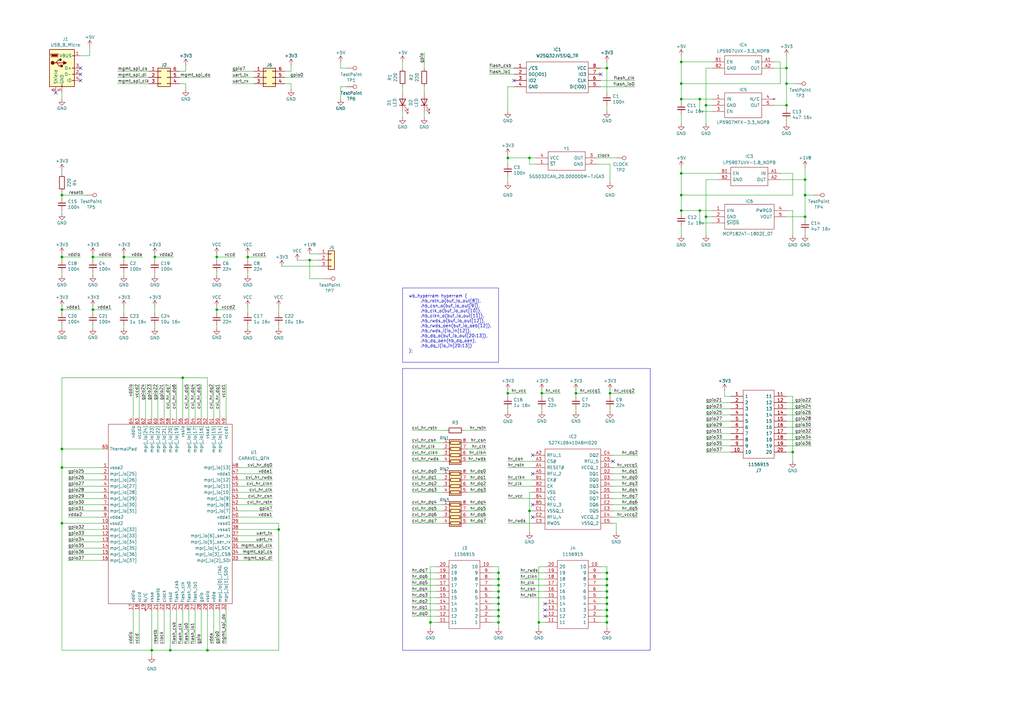
<source format=kicad_sch>
(kicad_sch (version 20231120) (generator "eeschema") (generator_version "8.0")
  (paper "A3")
  (junction (at 236.22 161.29))
  (junction (at 322.58 34.29))
  (junction (at 204.47 245.11))
  (junction (at 208.28 161.29))
  (junction (at 248.92 247.65))
  (junction (at 248.92 252.73))
  (junction (at 279.4 86.36))
  (junction (at 63.5 105.41))
  (junction (at 248.92 240.03))
  (junction (at 208.28 64.77))
  (junction (at 50.8 105.41))
  (junction (at 204.47 250.19))
  (junction (at 204.47 237.49))
  (junction (at 248.92 27.94))
  (junction (at 25.4 191.77))
  (junction (at 114.3 217.17))
  (junction (at 25.4 184.15))
  (junction (at 88.9 105.41))
  (junction (at 279.4 40.64))
  (junction (at 325.12 185.42))
  (junction (at 69.85 266.7))
  (junction (at 204.47 234.95))
  (junction (at 101.6 105.41))
  (junction (at 287.02 40.64))
  (junction (at 62.23 266.7))
  (junction (at 25.4 127))
  (junction (at 74.93 154.94))
  (junction (at 222.25 161.29))
  (junction (at 25.4 214.63))
  (junction (at 279.4 34.29))
  (junction (at 289.56 88.9))
  (junction (at 279.4 25.4))
  (junction (at 330.2 88.9))
  (junction (at 220.98 255.27))
  (junction (at 330.2 73.66))
  (junction (at 248.92 250.19))
  (junction (at 287.02 86.36))
  (junction (at 248.92 245.11))
  (junction (at 279.4 71.12))
  (junction (at 204.47 240.03))
  (junction (at 88.9 127))
  (junction (at 25.4 80.01))
  (junction (at 176.53 255.27))
  (junction (at 204.47 247.65))
  (junction (at 289.56 43.18))
  (junction (at 330.2 80.01))
  (junction (at 217.17 64.77))
  (junction (at 38.1 105.41))
  (junction (at 204.47 255.27))
  (junction (at 248.92 255.27))
  (junction (at 248.92 237.49))
  (junction (at 248.92 242.57))
  (junction (at 217.17 209.55))
  (junction (at 248.92 234.95))
  (junction (at 127 106.68))
  (junction (at 38.1 127))
  (junction (at 322.58 27.94))
  (junction (at 322.58 43.18))
  (junction (at 279.4 80.01))
  (junction (at 85.09 266.7))
  (junction (at 204.47 242.57))
  (junction (at 25.4 105.41))
  (junction (at 250.19 161.29))
  (junction (at 204.47 252.73))
  (no_connect (at 22.86 38.1))
  (no_connect (at 223.52 247.65))
  (no_connect (at 223.52 250.19))
  (no_connect (at 223.52 252.73))
  (no_connect (at 33.02 33.02))
  (no_connect (at 210.82 33.02))
  (no_connect (at 246.38 30.48))
  (no_connect (at 251.46 189.23))
  (no_connect (at 218.44 186.69))
  (no_connect (at 218.44 194.31))
  (no_connect (at 218.44 212.09))
  (no_connect (at 218.44 207.01))
  (no_connect (at 33.02 27.94))
  (no_connect (at 33.02 30.48))
  (wire (pts (xy 246.38 237.49) (xy 248.92 237.49)))
  (wire (pts (xy 127 104.14) (xy 130.81 104.14)))
  (wire (pts (xy 50.8 125.73) (xy 50.8 128.27)))
  (wire (pts (xy 201.93 252.73) (xy 204.47 252.73)))
  (wire (pts (xy 218.44 201.93) (xy 217.17 201.93)))
  (wire (pts (xy 190.5 176.53) (xy 199.39 176.53)))
  (wire (pts (xy 208.28 189.23) (xy 218.44 189.23)))
  (wire (pts (xy 279.4 25.4) (xy 279.4 34.29)))
  (wire (pts (xy 201.93 255.27) (xy 204.47 255.27)))
  (wire (pts (xy 248.92 242.57) (xy 248.92 245.11)))
  (wire (pts (xy 95.25 29.21) (xy 104.14 29.21)))
  (wire (pts (xy 25.4 127) (xy 25.4 128.27)))
  (wire (pts (xy 204.47 255.27) (xy 204.47 257.81)))
  (wire (pts (xy 97.79 227.33) (xy 111.76 227.33)))
  (wire (pts (xy 236.22 167.64) (xy 236.22 168.91)))
  (wire (pts (xy 246.38 250.19) (xy 248.92 250.19)))
  (wire (pts (xy 330.2 80.01) (xy 330.2 88.9)))
  (wire (pts (xy 191.77 189.23) (xy 199.39 189.23)))
  (wire (pts (xy 204.47 234.95) (xy 204.47 237.49)))
  (wire (pts (xy 62.23 250.19) (xy 62.23 266.7)))
  (wire (pts (xy 279.4 25.4) (xy 279.4 22.86)))
  (wire (pts (xy 80.01 264.16) (xy 80.01 250.19)))
  (wire (pts (xy 279.4 34.29) (xy 279.4 40.64)))
  (wire (pts (xy 248.92 255.27) (xy 248.92 257.81)))
  (wire (pts (xy 63.5 105.41) (xy 71.12 105.41)))
  (wire (pts (xy 289.56 73.66) (xy 294.64 73.66)))
  (wire (pts (xy 173.99 45.72) (xy 173.99 48.26)))
  (wire (pts (xy 289.56 27.94) (xy 289.56 43.18)))
  (wire (pts (xy 63.5 133.35) (xy 63.5 134.62)))
  (wire (pts (xy 168.91 194.31) (xy 181.61 194.31)))
  (wire (pts (xy 279.4 40.64) (xy 279.4 41.91)))
  (wire (pts (xy 322.58 49.53) (xy 322.58 50.8)))
  (wire (pts (xy 27.94 196.85) (xy 41.91 196.85)))
  (wire (pts (xy 69.85 250.19) (xy 69.85 266.7)))
  (wire (pts (xy 114.3 125.73) (xy 114.3 128.27)))
  (wire (pts (xy 121.92 106.68) (xy 127 106.68)))
  (wire (pts (xy 208.28 196.85) (xy 218.44 196.85)))
  (wire (pts (xy 67.31 264.16) (xy 67.31 250.19)))
  (wire (pts (xy 250.19 160.02) (xy 250.19 161.29)))
  (wire (pts (xy 25.4 184.15) (xy 41.91 184.15)))
  (wire (pts (xy 173.99 35.56) (xy 173.99 38.1)))
  (wire (pts (xy 25.4 266.7) (xy 62.23 266.7)))
  (wire (pts (xy 27.94 207.01) (xy 41.91 207.01)))
  (wire (pts (xy 64.77 264.16) (xy 64.77 250.19)))
  (wire (pts (xy 322.58 175.26) (xy 332.74 175.26)))
  (wire (pts (xy 97.79 191.77) (xy 111.76 191.77)))
  (wire (pts (xy 287.02 91.44) (xy 287.02 86.36)))
  (wire (pts (xy 92.71 250.19) (xy 92.71 264.16)))
  (wire (pts (xy 322.58 182.88) (xy 332.74 182.88)))
  (wire (pts (xy 97.79 199.39) (xy 111.76 199.39)))
  (wire (pts (xy 201.93 232.41) (xy 204.47 232.41)))
  (wire (pts (xy 213.36 240.03) (xy 223.52 240.03)))
  (wire (pts (xy 97.79 201.93) (xy 111.76 201.93)))
  (wire (pts (xy 168.91 199.39) (xy 181.61 199.39)))
  (wire (pts (xy 25.4 154.94) (xy 25.4 184.15)))
  (wire (pts (xy 97.79 196.85) (xy 111.76 196.85)))
  (wire (pts (xy 191.77 209.55) (xy 199.39 209.55)))
  (wire (pts (xy 57.15 264.16) (xy 57.15 250.19)))
  (wire (pts (xy 322.58 22.86) (xy 322.58 27.94)))
  (wire (pts (xy 116.84 29.21) (xy 119.38 29.21)))
  (wire (pts (xy 297.18 160.02) (xy 297.18 162.56)))
  (wire (pts (xy 200.66 30.48) (xy 210.82 30.48)))
  (wire (pts (xy 248.92 27.94) (xy 248.92 38.1)))
  (wire (pts (xy 38.1 127) (xy 38.1 128.27)))
  (polyline (pts (xy 266.7 266.7) (xy 165.1 266.7)))
  (wire (pts (xy 25.4 105.41) (xy 33.02 105.41)))
  (wire (pts (xy 69.85 266.7) (xy 85.09 266.7)))
  (wire (pts (xy 201.93 234.95) (xy 204.47 234.95)))
  (wire (pts (xy 88.9 125.73) (xy 88.9 127)))
  (wire (pts (xy 97.79 207.01) (xy 111.76 207.01)))
  (wire (pts (xy 27.94 201.93) (xy 41.91 201.93)))
  (wire (pts (xy 248.92 27.94) (xy 248.92 25.4)))
  (wire (pts (xy 289.56 175.26) (xy 299.72 175.26)))
  (wire (pts (xy 248.92 250.19) (xy 248.92 252.73)))
  (wire (pts (xy 73.66 29.21) (xy 76.2 29.21)))
  (wire (pts (xy 322.58 185.42) (xy 325.12 185.42)))
  (wire (pts (xy 245.11 64.77) (xy 252.73 64.77)))
  (wire (pts (xy 168.91 234.95) (xy 179.07 234.95)))
  (wire (pts (xy 251.46 201.93) (xy 261.62 201.93)))
  (wire (pts (xy 201.93 237.49) (xy 204.47 237.49)))
  (wire (pts (xy 168.91 237.49) (xy 179.07 237.49)))
  (wire (pts (xy 208.28 160.02) (xy 208.28 161.29)))
  (wire (pts (xy 251.46 199.39) (xy 261.62 199.39)))
  (wire (pts (xy 208.28 161.29) (xy 208.28 162.56)))
  (wire (pts (xy 62.23 266.7) (xy 69.85 266.7)))
  (wire (pts (xy 87.63 157.48) (xy 87.63 171.45)))
  (wire (pts (xy 77.47 264.16) (xy 77.47 250.19)))
  (wire (pts (xy 50.8 111.76) (xy 50.8 113.03)))
  (wire (pts (xy 76.2 26.67) (xy 76.2 29.21)))
  (wire (pts (xy 25.4 214.63) (xy 25.4 266.7)))
  (wire (pts (xy 279.4 68.58) (xy 279.4 71.12)))
  (wire (pts (xy 248.92 43.18) (xy 248.92 45.72)))
  (wire (pts (xy 97.79 212.09) (xy 111.76 212.09)))
  (polyline (pts (xy 165.1 118.11) (xy 204.47 118.11)))
  (wire (pts (xy 213.36 245.11) (xy 223.52 245.11)))
  (wire (pts (xy 250.19 161.29) (xy 260.35 161.29)))
  (wire (pts (xy 38.1 111.76) (xy 38.1 113.03)))
  (wire (pts (xy 246.38 240.03) (xy 248.92 240.03)))
  (wire (pts (xy 168.91 207.01) (xy 181.61 207.01)))
  (wire (pts (xy 63.5 105.41) (xy 63.5 106.68)))
  (wire (pts (xy 251.46 207.01) (xy 261.62 207.01)))
  (wire (pts (xy 322.58 34.29) (xy 326.39 34.29)))
  (wire (pts (xy 236.22 161.29) (xy 236.22 160.02)))
  (wire (pts (xy 25.4 104.14) (xy 25.4 105.41)))
  (wire (pts (xy 250.19 167.64) (xy 250.19 168.91)))
  (wire (pts (xy 62.23 266.7) (xy 62.23 269.24)))
  (wire (pts (xy 191.77 196.85) (xy 199.39 196.85)))
  (wire (pts (xy 168.91 252.73) (xy 179.07 252.73)))
  (wire (pts (xy 204.47 240.03) (xy 204.47 242.57)))
  (wire (pts (xy 322.58 180.34) (xy 332.74 180.34)))
  (wire (pts (xy 168.91 189.23) (xy 181.61 189.23)))
  (polyline (pts (xy 204.47 118.11) (xy 204.47 148.59)))
  (wire (pts (xy 251.46 186.69) (xy 261.62 186.69)))
  (wire (pts (xy 204.47 237.49) (xy 204.47 240.03)))
  (wire (pts (xy 248.92 237.49) (xy 248.92 240.03)))
  (wire (pts (xy 25.4 133.35) (xy 25.4 134.62)))
  (wire (pts (xy 73.66 34.29) (xy 76.2 34.29)))
  (wire (pts (xy 88.9 127) (xy 96.52 127)))
  (wire (pts (xy 208.28 45.72) (xy 208.28 35.56)))
  (wire (pts (xy 246.38 161.29) (xy 236.22 161.29)))
  (wire (pts (xy 208.28 191.77) (xy 218.44 191.77)))
  (wire (pts (xy 74.93 171.45) (xy 74.93 154.94)))
  (wire (pts (xy 246.38 27.94) (xy 248.92 27.94)))
  (wire (pts (xy 246.38 35.56) (xy 260.35 35.56)))
  (wire (pts (xy 67.31 157.48) (xy 67.31 171.45)))
  (wire (pts (xy 168.91 240.03) (xy 179.07 240.03)))
  (wire (pts (xy 246.38 252.73) (xy 248.92 252.73)))
  (wire (pts (xy 88.9 104.14) (xy 88.9 105.41)))
  (wire (pts (xy 287.02 86.36) (xy 279.4 86.36)))
  (wire (pts (xy 279.4 71.12) (xy 294.64 71.12)))
  (wire (pts (xy 27.94 219.71) (xy 41.91 219.71)))
  (wire (pts (xy 322.58 165.1) (xy 332.74 165.1)))
  (wire (pts (xy 220.98 255.27) (xy 220.98 257.81)))
  (wire (pts (xy 322.58 162.56) (xy 325.12 162.56)))
  (wire (pts (xy 330.2 68.58) (xy 330.2 73.66)))
  (wire (pts (xy 246.38 33.02) (xy 260.35 33.02)))
  (wire (pts (xy 69.85 157.48) (xy 69.85 171.45)))
  (wire (pts (xy 74.93 154.94) (xy 25.4 154.94)))
  (wire (pts (xy 127 106.68) (xy 127 114.3)))
  (wire (pts (xy 25.4 191.77) (xy 41.91 191.77)))
  (wire (pts (xy 289.56 88.9) (xy 289.56 73.66)))
  (wire (pts (xy 50.8 105.41) (xy 50.8 106.68)))
  (wire (pts (xy 317.5 25.4) (xy 320.04 25.4)))
  (wire (pts (xy 289.56 180.34) (xy 299.72 180.34)))
  (wire (pts (xy 223.52 255.27) (xy 220.98 255.27)))
  (wire (pts (xy 208.28 167.64) (xy 208.28 168.91)))
  (wire (pts (xy 317.5 27.94) (xy 322.58 27.94)))
  (wire (pts (xy 204.47 245.11) (xy 204.47 247.65)))
  (wire (pts (xy 48.26 29.21) (xy 60.96 29.21)))
  (wire (pts (xy 289.56 170.18) (xy 299.72 170.18)))
  (wire (pts (xy 50.8 133.35) (xy 50.8 134.62)))
  (wire (pts (xy 50.8 105.41) (xy 58.42 105.41)))
  (wire (pts (xy 322.58 167.64) (xy 332.74 167.64)))
  (wire (pts (xy 97.79 214.63) (xy 114.3 214.63)))
  (wire (pts (xy 176.53 232.41) (xy 179.07 232.41)))
  (wire (pts (xy 222.25 161.29) (xy 222.25 162.56)))
  (wire (pts (xy 119.38 34.29) (xy 119.38 36.83)))
  (wire (pts (xy 168.91 214.63) (xy 181.61 214.63)))
  (wire (pts (xy 208.28 64.77) (xy 208.28 67.31)))
  (wire (pts (xy 251.46 204.47) (xy 261.62 204.47)))
  (wire (pts (xy 248.92 240.03) (xy 248.92 242.57)))
  (wire (pts (xy 220.98 232.41) (xy 223.52 232.41)))
  (wire (pts (xy 38.1 105.41) (xy 38.1 106.68)))
  (wire (pts (xy 38.1 127) (xy 45.72 127)))
  (wire (pts (xy 292.1 25.4) (xy 279.4 25.4)))
  (wire (pts (xy 279.4 80.01) (xy 279.4 86.36)))
  (wire (pts (xy 251.46 209.55) (xy 261.62 209.55)))
  (wire (pts (xy 217.17 64.77) (xy 219.71 64.77)))
  (wire (pts (xy 168.91 250.19) (xy 179.07 250.19)))
  (wire (pts (xy 322.58 88.9) (xy 330.2 88.9)))
  (wire (pts (xy 27.94 212.09) (xy 41.91 212.09)))
  (wire (pts (xy 248.92 245.11) (xy 248.92 247.65)))
  (wire (pts (xy 25.4 86.36) (xy 25.4 87.63)))
  (wire (pts (xy 322.58 34.29) (xy 322.58 43.18)))
  (wire (pts (xy 246.38 255.27) (xy 248.92 255.27)))
  (wire (pts (xy 222.25 161.29) (xy 229.87 161.29)))
  (wire (pts (xy 77.47 157.48) (xy 77.47 171.45)))
  (wire (pts (xy 38.1 104.14) (xy 38.1 105.41)))
  (wire (pts (xy 97.79 229.87) (xy 111.76 229.87)))
  (wire (pts (xy 287.02 86.36) (xy 292.1 86.36)))
  (wire (pts (xy 176.53 255.27) (xy 176.53 257.81)))
  (wire (pts (xy 248.92 247.65) (xy 248.92 250.19)))
  (wire (pts (xy 73.66 31.75) (xy 86.36 31.75)))
  (wire (pts (xy 62.23 157.48) (xy 62.23 171.45)))
  (wire (pts (xy 85.09 266.7) (xy 85.09 250.19)))
  (wire (pts (xy 325.12 185.42) (xy 325.12 189.23)))
  (wire (pts (xy 101.6 133.35) (xy 101.6 134.62)))
  (wire (pts (xy 289.56 167.64) (xy 299.72 167.64)))
  (polyline (pts (xy 266.7 151.13) (xy 266.7 266.7)))
  (wire (pts (xy 88.9 127) (xy 88.9 128.27)))
  (wire (pts (xy 97.79 217.17) (xy 114.3 217.17)))
  (wire (pts (xy 80.01 157.48) (xy 80.01 171.45)))
  (wire (pts (xy 252.73 214.63) (xy 251.46 214.63)))
  (wire (pts (xy 201.93 245.11) (xy 204.47 245.11)))
  (wire (pts (xy 25.4 125.73) (xy 25.4 127)))
  (wire (pts (xy 289.56 96.52) (xy 289.56 88.9)))
  (wire (pts (xy 25.4 80.01) (xy 35.56 80.01)))
  (wire (pts (xy 208.28 64.77) (xy 217.17 64.77)))
  (wire (pts (xy 325.12 162.56) (xy 325.12 185.42)))
  (wire (pts (xy 116.84 31.75) (xy 124.46 31.75)))
  (wire (pts (xy 127 114.3) (xy 133.35 114.3)))
  (wire (pts (xy 168.91 247.65) (xy 179.07 247.65)))
  (wire (pts (xy 38.1 133.35) (xy 38.1 134.62)))
  (wire (pts (xy 320.04 25.4) (xy 320.04 34.29)))
  (wire (pts (xy 48.26 31.75) (xy 60.96 31.75)))
  (wire (pts (xy 191.77 212.09) (xy 199.39 212.09)))
  (wire (pts (xy 322.58 27.94) (xy 322.58 34.29)))
  (wire (pts (xy 191.77 207.01) (xy 199.39 207.01)))
  (wire (pts (xy 25.4 69.85) (xy 25.4 71.12)))
  (wire (pts (xy 101.6 105.41) (xy 109.22 105.41)))
  (wire (pts (xy 289.56 165.1) (xy 299.72 165.1)))
  (wire (pts (xy 289.56 182.88) (xy 299.72 182.88)))
  (wire (pts (xy 236.22 161.29) (xy 236.22 162.56)))
  (wire (pts (xy 204.47 247.65) (xy 204.47 250.19)))
  (wire (pts (xy 139.7 25.4) (xy 139.7 27.94)))
  (wire (pts (xy 200.66 27.94) (xy 210.82 27.94)))
  (wire (pts (xy 101.6 111.76) (xy 101.6 113.03)))
  (wire (pts (xy 27.94 204.47) (xy 41.91 204.47)))
  (wire (pts (xy 97.79 204.47) (xy 111.76 204.47)))
  (polyline (pts (xy 165.1 151.13) (xy 266.7 151.13)))
  (wire (pts (xy 246.38 247.65) (xy 248.92 247.65)))
  (wire (pts (xy 82.55 157.48) (xy 82.55 171.45)))
  (wire (pts (xy 97.79 219.71) (xy 111.76 219.71)))
  (wire (pts (xy 250.19 161.29) (xy 250.19 162.56)))
  (wire (pts (xy 165.1 25.4) (xy 165.1 27.94)))
  (wire (pts (xy 168.91 196.85) (xy 181.61 196.85)))
  (wire (pts (xy 289.56 27.94) (xy 292.1 27.94)))
  (wire (pts (xy 88.9 105.41) (xy 96.52 105.41)))
  (wire (pts (xy 330.2 80.01) (xy 334.01 80.01)))
  (wire (pts (xy 246.38 242.57) (xy 248.92 242.57)))
  (wire (pts (xy 191.77 214.63) (xy 199.39 214.63)))
  (wire (pts (xy 279.4 46.99) (xy 279.4 50.8)))
  (wire (pts (xy 246.38 234.95) (xy 248.92 234.95)))
  (wire (pts (xy 168.91 186.69) (xy 181.61 186.69)))
  (wire (pts (xy 168.91 245.11) (xy 179.07 245.11)))
  (wire (pts (xy 114.3 133.35) (xy 114.3 134.62)))
  (wire (pts (xy 27.94 199.39) (xy 41.91 199.39)))
  (wire (pts (xy 27.94 209.55) (xy 41.91 209.55)))
  (wire (pts (xy 279.4 40.64) (xy 287.02 40.64)))
  (wire (pts (xy 54.61 157.48) (xy 54.61 171.45)))
  (wire (pts (xy 25.4 105.41) (xy 25.4 106.68)))
  (wire (pts (xy 213.36 237.49) (xy 223.52 237.49)))
  (wire (pts (xy 287.02 40.64) (xy 292.1 40.64)))
  (wire (pts (xy 279.4 80.01) (xy 325.12 80.01)))
  (wire (pts (xy 168.91 209.55) (xy 181.61 209.55)))
  (wire (pts (xy 115.57 109.22) (xy 130.81 109.22)))
  (wire (pts (xy 176.53 255.27) (xy 176.53 232.41)))
  (wire (pts (xy 289.56 88.9) (xy 292.1 88.9)))
  (wire (pts (xy 168.91 176.53) (xy 182.88 176.53)))
  (wire (pts (xy 320.04 71.12) (xy 325.12 71.12)))
  (wire (pts (xy 322.58 86.36) (xy 325.12 86.36)))
  (wire (pts (xy 191.77 186.69) (xy 199.39 186.69)))
  (wire (pts (xy 48.26 34.29) (xy 60.96 34.29)))
  (wire (pts (xy 97.79 222.25) (xy 111.76 222.25)))
  (wire (pts (xy 248.92 252.73) (xy 248.92 255.27)))
  (wire (pts (xy 74.93 264.16) (xy 74.93 250.19)))
  (wire (pts (xy 289.56 172.72) (xy 299.72 172.72)))
  (wire (pts (xy 330.2 88.9) (xy 330.2 90.17)))
  (wire (pts (xy 72.39 264.16) (xy 72.39 250.19)))
  (wire (pts (xy 95.25 31.75) (xy 104.14 31.75)))
  (wire (pts (xy 64.77 157.48) (xy 64.77 171.45)))
  (wire (pts (xy 82.55 264.16) (xy 82.55 250.19)))
  (wire (pts (xy 88.9 111.76) (xy 88.9 113.03)))
  (wire (pts (xy 213.36 242.57) (xy 223.52 242.57)))
  (wire (pts (xy 248.92 234.95) (xy 248.92 237.49)))
  (wire (pts (xy 279.4 71.12) (xy 279.4 80.01)))
  (wire (pts (xy 217.17 67.31) (xy 217.17 64.77)))
  (wire (pts (xy 250.19 67.31) (xy 250.19 74.93)))
  (wire (pts (xy 97.79 224.79) (xy 111.76 224.79)))
  (wire (pts (xy 88.9 133.35) (xy 88.9 134.62)))
  (wire (pts (xy 88.9 105.41) (xy 88.9 106.68)))
  (wire (pts (xy 92.71 157.48) (xy 92.71 171.45)))
  (wire (pts (xy 251.46 212.09) (xy 261.62 212.09)))
  (polyline (pts (xy 204.47 148.59) (xy 165.1 148.59)))
  (wire (pts (xy 76.2 34.29) (xy 76.2 36.83)))
  (wire (pts (xy 217.17 209.55) (xy 217.17 218.44)))
  (wire (pts (xy 25.4 184.15) (xy 25.4 191.77)))
  (wire (pts (xy 322.58 177.8) (xy 332.74 177.8)))
  (wire (pts (xy 325.12 71.12) (xy 325.12 80.01)))
  (wire (pts (xy 168.91 181.61) (xy 181.61 181.61)))
  (wire (pts (xy 54.61 264.16) (xy 54.61 250.19)))
  (wire (pts (xy 320.04 34.29) (xy 279.4 34.29)))
  (wire (pts (xy 251.46 194.31) (xy 261.62 194.31)))
  (wire (pts (xy 27.94 229.87) (xy 41.91 229.87)))
  (wire (pts (xy 74.93 154.94) (xy 85.09 154.94)))
  (wire (pts (xy 245.11 67.31) (xy 250.19 67.31)))
  (wire (pts (xy 219.71 67.31) (xy 217.17 67.31)))
  (wire (pts (xy 191.77 194.31) (xy 199.39 194.31)))
  (wire (pts (xy 208.28 214.63) (xy 218.44 214.63)))
  (wire (pts (xy 191.77 181.61) (xy 199.39 181.61)))
  (wire (pts (xy 27.94 217.17) (xy 41.91 217.17)))
  (wire (pts (xy 201.93 247.65) (xy 204.47 247.65)))
  (wire (pts (xy 287.02 45.72) (xy 287.02 40.64)))
  (wire (pts (xy 317.5 43.18) (xy 322.58 43.18)))
  (wire (pts (xy 57.15 157.48) (xy 57.15 171.45)))
  (wire (pts (xy 72.39 157.48) (xy 72.39 171.45)))
  (wire (pts (xy 25.4 80.01) (xy 25.4 81.28)))
  (wire (pts (xy 119.38 26.67) (xy 119.38 29.21)))
  (wire (pts (xy 191.77 199.39) (xy 199.39 199.39)))
  (wire (pts (xy 168.91 212.09) (xy 181.61 212.09)))
  (wire (pts (xy 279.4 92.71) (xy 279.4 96.52)))
  (wire (pts (xy 222.25 167.64) (xy 222.25 168.91)))
  (wire (pts (xy 289.56 50.8) (xy 289.56 43.18)))
  (wire (pts (xy 38.1 105.41) (xy 45.72 105.41)))
  (wire (pts (xy 27.94 194.31) (xy 41.91 194.31)))
  (wire (pts (xy 85.09 171.45) (xy 85.09 154.94)))
  (wire (pts (xy 330.2 95.25) (xy 330.2 96.52)))
  (wire (pts (xy 25.4 214.63) (xy 25.4 191.77)))
  (wire (pts (xy 289.56 185.42) (xy 299.72 185.42)))
  (wire (pts (xy 25.4 38.1) (xy 25.4 40.64)))
  (wire (pts (xy 139.7 27.94) (xy 142.24 27.94)))
  (wire (pts (xy 25.4 78.74) (xy 25.4 80.01)))
  (wire (pts (xy 25.4 127) (xy 33.02 127)))
  (wire (pts (xy 27.94 222.25) (xy 41.91 222.25)))
  (wire (pts (xy 208.28 35.56) (xy 210.82 35.56)))
  (wire (pts (xy 97.79 209.55) (xy 111.76 209.55)))
  (wire (pts (xy 168.91 242.57) (xy 179.07 242.57)))
  (wire (pts (xy 325.12 86.36) (xy 325.12 96.52)))
  (wire (pts (xy 322.58 172.72) (xy 332.74 172.72)))
  (wire (pts (xy 287.02 45.72) (xy 292.1 45.72)))
  (wire (pts (xy 292.1 91.44) (xy 287.02 91.44)))
  (wire (pts (xy 33.02 22.86) (xy 36.83 22.86)))
  (wire (pts (xy 191.77 184.15) (xy 199.39 184.15)))
  (wire (pts (xy 38.1 125.73) (xy 38.1 127)))
  (wire (pts (xy 168.91 184.15) (xy 181.61 184.15)))
  (wire (pts (xy 95.25 34.29) (xy 104.14 34.29)))
  (wire (pts (xy 208.28 161.29) (xy 215.9 161.29)))
  (polyline (pts (xy 165.1 151.13) (xy 165.1 266.7)))
  (wire (pts (xy 246.38 245.11) (xy 248.92 245.11)))
  (wire (pts (xy 63.5 104.14) (xy 63.5 105.41)))
  (wire (pts (xy 165.1 45.72) (xy 165.1 48.26)))
  (wire (pts (xy 208.28 72.39) (xy 208.28 74.93)))
  (wire (pts (xy 208.28 63.5) (xy 208.28 64.77)))
  (wire (pts (xy 217.17 201.93) (xy 217.17 209.55)))
  (wire (pts (xy 289.56 177.8) (xy 299.72 177.8)))
  (wire (pts (xy 213.36 234.95) (xy 223.52 234.95)))
  (wire (pts (xy 41.91 214.63) (xy 25.4 214.63)))
  (wire (pts (xy 252.73 218.44) (xy 252.73 214.63)))
  (wire (pts (xy 139.7 35.56) (xy 139.7 40.64)))
  (wire (pts (xy 90.17 250.19) (xy 90.17 264.16)))
  (wire (pts (xy 208.28 199.39) (xy 218.44 199.39)))
  (wire (pts (xy 63.5 111.76) (xy 63.5 113.03)))
  (wire (pts (xy 201.93 242.57) (xy 204.47 242.57)))
  (wire (pts (xy 87.63 264.16) (xy 87.63 250.19)))
  (wire (pts (xy 101.6 104.14) (xy 101.6 105.41)))
  (wire (pts (xy 320.04 73.66) (xy 330.2 73.66)))
  (wire (pts (xy 218.44 209.55) (xy 217.17 209.55)))
  (wire (pts (xy 191.77 201.93) (xy 199.39 201.93)))
  (wire (pts (xy 289.56 43.18) (xy 292.1 43.18)))
  (wire (pts (xy 27.94 224.79) (xy 41.91 224.79)))
  (wire (pts (xy 201.93 250.19) (xy 204.47 250.19)))
  (wire (pts (xy 279.4 86.36) (xy 279.4 87.63)))
  (wire (pts (xy 179.07 255.27) (xy 176.53 255.27)))
  (wire (pts (xy 220.98 255.27) (xy 220.98 232.41)))
  (wire (pts (xy 116.84 34.29) (xy 119.38 34.29)))
  (wire (pts (xy 168.91 201.93) (xy 181.61 201.93)))
  (wire (pts (xy 165.1 35.56) (xy 165.1 38.1)))
  (wire (pts (xy 63.5 125.73) (xy 63.5 128.27)))
  (wire (pts (xy 114.3 266.7) (xy 85.09 266.7)))
  (wire (pts (xy 36.83 22.86) (xy 36.83 19.05)))
  (wire (pts (xy 97.79 194.31) (xy 111.76 194.31)))
  (wire (pts (xy 297.18 162.56) (xy 299.72 162.56)))
  (wire (pts (xy 173.99 21.59) (xy 173.99 27.94)))
  (polyline (pts (xy 165.1 118.11) (xy 165.1 148.59)))
  (wire (pts (xy 59.69 157.48) (xy 59.69 171.45)))
  (wire (pts (xy 50.8 104.14) (xy 50.8 105.41)))
  (wire (pts (xy 322.58 43.18) (xy 322.58 44.45)))
  (wire (pts (xy 251.46 191.77) (xy 261.62 191.77)))
  (wire (pts (xy 204.47 232.41) (xy 204.47 234.95)))
  (wire (pts (xy 142.24 35.56) (xy 139.7 35.56)))
  (wire (pts (xy 201.93 240.03) (xy 204.47 240.03)))
  (wire (pts (xy 114.3 217.17) (xy 114.3 266.7)))
  (wire (pts (xy 208.28 204.47) (xy 218.44 204.47)))
  (wire (pts (xy 204.47 242.57) (xy 204.47 245.11)))
  (wire (pts (xy 248.92 232.41) (xy 248.92 234.95)))
  (wire (pts (xy 330.2 73.66) (xy 330.2 80.01)))
  (wire (pts (xy 251.46 196.85) (xy 261.62 196.85)))
  (wire (pts (xy 101.6 105.41) (xy 101.6 106.68)))
  (wire (pts (xy 204.47 252.73) (xy 204.47 255.27)))
  (wire (pts (xy 101.6 125.73) (xy 101.6 128.27)))
  (wire (pts (xy 222.25 160.02) (xy 222.25 161.29)))
  (wire (pts (xy 114.3 214.63) (xy 114.3 217.17)))
  (wire (pts (xy 246.38 232.41) (xy 248.92 232.41)))
  (wire (pts (xy 25.4 111.76) (xy 25.4 113.03)))
  (wire (pts (xy 127 106.68) (xy 130.81 106.68)))
  (wire (pts (xy 27.94 227.33) (xy 41.91 227.33)))
  (wire (pts (xy 204.47 250.19) (xy 204.47 252.73)))
  (wire (pts (xy 90.17 157.48) (xy 90.17 171.45)))
  (wire (pts (xy 322.58 170.18) (xy 332.74 170.18)))
  (text "wb_hyperram hyperram (\n	.hb_rstn_o(buf_io_out[8]),\n	.hb_csn_o(buf_io_out[9]),\n	.hb_clk_o(buf_io_out[10]),\n	.hb_clkn_o(buf_io_out[11]),\n	.hb_rwds_o(buf_io_out[12]),\n	.hb_rwds_oen(buf_io_oeb[12]),\n	.hb_rwds_i(io_in[12]),        \n	.hb_dq_o(buf_io_out[20:13]),\n	.hb_dq_oen(hb_dq_oen),\n	.hb_dq_i(io_in[20:13])\n);" (at 167.64 144.78 0) (effects (font (size 1.27 1.27)) (justify left bottom)))
  (label "cvl_hr_rwds" (at 168.91 189.23 0))
  (label "hr_csn" (at 199.39 181.61 180))
  (label "hr_dq1" (at 261.62 194.31 180))
  (label "vccd" (at 57.15 264.16 90))
  (label "vdda" (at 58.42 105.41 180))
  (label "gpio7" (at 95.25 29.21 0))
  (label "gpio33" (at 289.56 180.34 0))
  (label "gpio24" (at 59.69 157.48 270))
  (label "flash_io0" (at 77.47 264.16 90))
  (label "hr_dq2" (at 261.62 186.69 180))
  (label "gpio30" (at 27.94 207.01 0))
  (label "gpio23" (at 62.23 157.48 270))
  (label "vccd2" (at 57.15 157.48 270))
  (label "flash_csb" (at 72.39 264.16 90))
  (label "cvl_hr_dq4" (at 168.91 207.01 0))
  (label "flash_clk" (at 74.93 264.16 90))
  (label "hr_dq7" (at 168.91 234.95 0))
  (label "gpio29" (at 27.94 204.47 0))
  (label "gpio" (at 173.99 21.59 270))
  (label "cvl_hr_dq1" (at 90.17 157.48 270))
  (label "flash_io0" (at 260.35 35.56 180))
  (label "gpio" (at 82.55 264.16 90))
  (label "hr_vccq2" (at 261.62 212.09 180))
  (label "hr_rwds" (at 199.39 189.23 180))
  (label "gpio21" (at 67.31 157.48 270))
  (label "gpio25" (at 27.94 194.31 0))
  (label "hr_rwds" (at 208.28 214.63 0))
  (label "hr_dq5" (at 168.91 240.03 0))
  (label "gpio37" (at 289.56 185.42 0))
  (label "vdda2" (at 27.94 212.09 0))
  (label "gpio28" (at 27.94 201.93 0))
  (label "hr_vccq1" (at 261.62 191.77 180))
  (label "gpio31" (at 27.94 209.55 0))
  (label "hr_rstn" (at 208.28 191.77 0))
  (label "hr_clk" (at 213.36 240.03 0))
  (label "cvl_hr_dq6" (at 168.91 212.09 0))
  (label "cvl_hr_dq5" (at 77.47 157.48 270))
  (label "hr_dq0" (at 168.91 252.73 0))
  (label "gpio27" (at 27.94 199.39 0))
  (label "hr_dq4" (at 199.39 207.01 180))
  (label "cvl_hr_clk" (at 111.76 201.93 180))
  (label "vddio" (at 45.72 105.41 180))
  (label "cvl_hr_csn" (at 168.91 181.61 0))
  (label "gpio7" (at 111.76 209.55 180))
  (label "vddio" (at 54.61 264.16 90))
  (label "gpio0" (at 124.46 31.75 180))
  (label "vdda1" (at 111.76 212.09 180))
  (label "mgmt_spi_clk" (at 111.76 224.79 180))
  (label "gpio32" (at 27.94 217.17 0))
  (label "gpio34" (at 27.94 222.25 0))
  (label "vdda1" (at 45.72 127 180))
  (label "hr_vcc" (at 208.28 204.47 0))
  (label "cvl_hr_dq4" (at 80.01 157.48 270))
  (label "flash_csb" (at 200.66 27.94 0))
  (label "cvl_hr_rwds" (at 111.76 196.85 180))
  (label "gpio35" (at 289.56 182.88 0))
  (label "cvl_hr_dq6" (at 72.39 157.48 270))
  (label "mgmt_spi_di" (at 111.76 229.87 180))
  (label "hr_dq4" (at 261.62 201.93 180))
  (label "resetb" (at 64.77 264.16 90))
  (label "hr_dq0" (at 199.39 194.31 180))
  (label "gpio25" (at 289.56 170.18 0))
  (label "cvl_hr_dq7" (at 69.85 157.48 270))
  (label "cvl_hr_dq2" (at 168.91 199.39 0))
  (label "hr_dq2" (at 168.91 247.65 0))
  (label "gpio0" (at 90.17 264.16 90))
  (label "hr_clk" (at 199.39 184.15 180))
  (label "gpio26" (at 332.74 170.18 180))
  (label "uart_rx" (at 111.76 222.25 180))
  (label "hr_dq6" (at 199.39 212.09 180))
  (label "gpio30" (at 332.74 175.26 180))
  (label "hr_vcc" (at 229.87 161.29 180))
  (label "hr_clkn" (at 213.36 237.49 0))
  (label "gpio36" (at 27.94 227.33 0))
  (label "mgmt_spi_cs" (at 48.26 29.21 0))
  (label "cvl_hr_rstn" (at 168.91 176.53 0))
  (label "cvl_hr_csn" (at 111.76 204.47 180))
  (label "hr_dq4" (at 168.91 242.57 0))
  (label "gpio36" (at 332.74 182.88 180))
  (label "hr_dq0" (at 261.62 196.85 180))
  (label "hr_vcc" (at 215.9 161.29 180))
  (label "gpio22" (at 64.77 157.48 270))
  (label "cvl_hr_dq3" (at 82.55 157.48 270))
  (label "hr_dq5" (at 199.39 209.55 180))
  (label "flash_clk" (at 260.35 33.02 180))
  (label "gpio23" (at 289.56 167.64 0))
  (label "vdda1" (at 33.02 127 180))
  (label "flash_io1" (at 80.01 264.16 90))
  (label "hr_clkn" (at 208.28 196.85 0))
  (label "vdda2" (at 71.12 105.41 180))
  (label "hr_dq7" (at 199.39 214.63 180))
  (label "gpio26" (at 27.94 196.85 0))
  (label "vccd" (at 96.52 105.41 180))
  (label "cvl_hr_dq1" (at 168.91 196.85 0))
  (label "vccd1" (at 92.71 157.48 270))
  (label "gpio37" (at 27.94 229.87 0))
  (label "hr_dq3" (at 261.62 199.39 180))
  (label "cvl_hr_clk" (at 168.91 184.15 0))
  (label "gpio32" (at 332.74 177.8 180))
  (label "hr_rstn" (at 199.39 176.53 180))
  (label "flash_io1" (at 200.66 30.48 0))
  (label "cvl_hr_dq3" (at 168.91 201.93 0))
  (label "gpio29" (at 289.56 175.26 0))
  (label "cvl_hr_dq5" (at 168.91 209.55 0))
  (label "vdda" (at 87.63 264.16 90))
  (label "hr_rstn" (at 213.36 245.11 0))
  (label "gpio24" (at 332.74 167.64 180))
  (label "cvl_hr_clkn" (at 168.91 186.69 0))
  (label "hr_dq3" (at 168.91 245.11 0))
  (label "hr_clkn" (at 199.39 186.69 180))
  (label "uart_tx" (at 95.25 31.75 0))
  (label "vccd1" (at 109.22 105.41 180))
  (label "vdda1" (at 111.76 194.31 180))
  (label "uart_rx" (at 95.25 34.29 0))
  (label "gpio31" (at 289.56 177.8 0))
  (label "hr_dq6" (at 261.62 207.01 180))
  (label "hr_clk" (at 208.28 199.39 0))
  (label "hr_dq1" (at 199.39 196.85 180))
  (label "mgmt_spi_clk" (at 48.26 34.29 0))
  (label "mgmt_spi_di" (at 48.26 31.75 0))
  (label "vddio" (at 33.02 105.41 180))
  (label "hr_dq6" (at 168.91 237.49 0))
  (label "clock" (at 67.31 264.16 90))
  (label "hr_dq3" (at 199.39 201.93 180))
  (label "hr_rwds" (at 213.36 234.95 0))
  (label "gpio21" (at 289.56 165.1 0))
  (label "gpio22" (at 332.74 165.1 180))
  (label "hr_dq2" (at 199.39 199.39 180))
  (label "gpio35" (at 27.94 224.79 0))
  (label "cvl_hr_dq7" (at 168.91 214.63 0))
  (label "hr_csn" (at 208.28 189.23 0))
  (label "mgmt_spi_do" (at 86.36 31.75 180))
  (label "cvl_hr_dq0" (at 168.91 194.31 0))
  (label "clock" (at 250.19 64.77 180))
  (label "hr_dq5" (at 261.62 209.55 180))
  (label "gpio27" (at 289.56 172.72 0))
  (label "cvl_hr_rstn" (at 111.76 207.01 180))
  (label "hr_dq1" (at 168.91 250.19 0))
  (label "hr_vccq2" (at 260.35 161.29 180))
  (label "mgmt_spi_cs" (at 111.76 227.33 180))
  (label "cvl_hr_clkn" (at 111.76 199.39 180))
  (label "hr_csn" (at 213.36 242.57 0))
  (label "hr_vccq1" (at 246.38 161.29 180))
  (label "vccd2" (at 96.52 127 180))
  (label "gpio28" (at 332.74 172.72 180))
  (label "gpio33" (at 27.94 219.71 0))
  (label "resetb" (at 34.29 80.01 180))
  (label "gpio34" (at 332.74 180.34 180))
  (label "hr_dq7" (at 261.62 204.47 180))
  (label "mgmt_spi_do" (at 92.71 264.16 90))
  (label "uart_tx" (at 111.76 219.71 180))
  (label "cvl_hr_dq0" (at 111.76 191.77 180))
  (label "cvl_hr_dq2" (at 87.63 157.48 270))
  (label "vddio" (at 54.61 157.48 270))
  (symbol (lib_name "+5V_4") (lib_id "power:+5V") (at 139.7 25.4 0) (unit 1)
    (property "Reference" "#PWR060" (effects (hide yes)))
    (property "Value" "+5V" (at 139.7 21.59 0))
    (property "Description" "Power symbol creates a global label with name \"+5V\"" (effects (hide yes)))
  )
  (symbol (lib_id "power:+3V3") (at 236.22 160.02 0) (unit 1)
    (property "Reference" "#PWR023" (effects (hide yes)))
    (property "Value" "+3V3" (at 236.22 156.21 0))
    (property "Description" "Power symbol creates a global label with name \"+3V3\"" (effects (hide yes)))
  )
  (symbol (lib_name "+5V_2") (lib_id "power:+5V") (at 165.1 25.4 0) (unit 1)
    (property "Reference" "#PWR038" (effects (hide yes)))
    (property "Value" "+5V" (at 165.1 21.59 0))
    (property "Description" "Power symbol creates a global label with name \"+5V\"" (effects (hide yes)))
  )
  (symbol (lib_id "hyperram_asic_qfn:CARAVEL_QFN") (at 69.85 209.55 0) (unit 1)
    (property "Reference" "U1" (at 104.14 185.4514 0))
    (property "Value" "CARAVEL_QFN" (at 104.14 187.9914 0))
    (property "Footprint" "Package_DFN_QFN:QFN-64-1EP_9x9mm_P0.5mm_EP7.65x7.65mm" (effects (hide yes)))
  )
  (symbol (lib_name "+5V_1") (lib_id "power:+5V") (at 279.4 22.86 0) (unit 1)
    (property "Reference" "#PWR041" (effects (hide yes)))
    (property "Value" "+5V" (at 279.4 19.05 0))
    (property "Description" "Power symbol creates a global label with name \"+5V\"" (effects (hide yes)))
  )
  (symbol (lib_name "+1V8_1") (lib_id "power:+1V8") (at 127 104.14 0) (unit 1)
    (property "Reference" "#PWR066" (effects (hide yes)))
    (property "Value" "+1V8" (at 127 100.33 0))
    (property "Description" "Power symbol creates a global label with name \"+1V8\"" (effects (hide yes)))
  )
  (symbol (lib_id "power:+3V3") (at 25.4 69.85 0) (unit 1)
    (property "Reference" "#PWR047" (effects (hide yes)))
    (property "Value" "+3V3" (at 25.4 66.04 0))
    (property "Description" "Power symbol creates a global label with name \"+3V3\"" (effects (hide yes)))
  )
  (symbol (lib_id "Connector:TestPoint") (at 334.01 80.01 270) (unit 1)
    (property "Reference" "TP4" (at 335.8388 84.963 90))
    (property "Value" "TestPoint" (at 335.8388 82.6516 90))
    (property "Footprint" "TestPoint:TestPoint_Pad_D1.0mm" (effects (hide yes)))
  )
  (symbol (lib_id "power:+3V3") (at 76.2 26.67 0) (unit 1)
    (property "Reference" "#PWR04" (effects (hide yes)))
    (property "Value" "+3V3" (at 76.2 22.86 0))
    (property "Description" "Power symbol creates a global label with name \"+3V3\"" (effects (hide yes)))
  )
  (symbol (lib_id "Device:C_Small") (at 279.4 44.45 0) (unit 1)
    (property "Reference" "C11" (at 281.7368 43.2816 0) (effects (justify left)))
    (property "Value" "1u 16v" (at 281.7368 45.593 0) (effects (justify left)))
    (property "Footprint" "Capacitor_SMD:C_0805_2012Metric_Pad1.18x1.45mm_HandSolder" (effects (hide yes)))
    (property "Part" "CL10A105KO8NNNC" (effects (hide yes)))
  )
  (symbol (lib_name "GND_1") (lib_id "power:GND") (at 289.56 50.8 0) (unit 1)
    (property "Reference" "#PWR033" (effects (hide yes)))
    (property "Value" "GND" (at 289.56 54.737 0))
    (property "Description" "Power symbol creates a global label with name \"GND\" , ground" (effects (hide yes)))
  )
  (symbol (lib_id "Device:R") (at 186.69 176.53 90) (unit 1)
    (property "Reference" "R3" (at 186.69 173.355 90))
    (property "Value" "R" (effects (hide yes)))
    (property "Footprint" "Resistor_SMD:R_0603_1608Metric" (effects (hide yes)))
  )
  (symbol (lib_id "Device:R_Pack04") (at 186.69 199.39 270) (unit 1)
    (property "Reference" "RN2" (at 182.245 192.405 90))
    (property "Value" "CAY16-22R0F4LF" (effects (hide yes)))
    (property "Footprint" "hyperram_asic_qfn:CAY16000J4LF" (effects (hide yes)))
  )
  (symbol (lib_id "Device:C_Small") (at 88.9 130.81 0) (unit 1)
    (property "Reference" "C10" (at 91.2368 129.6416 0) (effects (justify left)))
    (property "Value" "22n" (at 91.2368 131.953 0) (effects (justify left)))
    (property "Footprint" "Capacitor_SMD:C_0402_1005Metric_Pad0.74x0.62mm_HandSolder" (effects (hide yes)))
    (property "Part" "CGA3E2X7R1H223K080AA" (effects (hide yes)))
  )
  (symbol (lib_id "Device:C_Small") (at 248.92 40.64 0) (unit 1)
    (property "Reference" "C1" (at 251.2568 39.4716 0) (effects (justify left)))
    (property "Value" "100n" (at 251.2568 41.783 0) (effects (justify left)))
    (property "Footprint" "Capacitor_SMD:C_0402_1005Metric_Pad0.74x0.62mm_HandSolder" (effects (hide yes)))
    (property "Part" "CGA3E2X7R1H223K080AA" (effects (hide yes)))
  )
  (symbol (lib_id "Device:LED") (at 173.99 41.91 90) (unit 1)
    (property "Reference" "D2" (at 168.4782 42.0878 0))
    (property "Value" "LED" (at 170.7896 42.0878 0))
    (property "Footprint" "LED_SMD:LED_0805_2012Metric_Pad1.15x1.40mm_HandSolder" (effects (hide yes)))
    (property "Part" " LS Q976-NR-1 " (effects (hide yes)))
  )
  (symbol (lib_id "Device:C_Small") (at 38.1 109.22 0) (unit 1)
    (property "Reference" "C4" (at 40.4368 108.0516 0) (effects (justify left)))
    (property "Value" "100n" (at 40.4368 110.363 0) (effects (justify left)))
    (property "Footprint" "Capacitor_SMD:C_0402_1005Metric_Pad0.74x0.62mm_HandSolder" (effects (hide yes)))
    (property "Part" "CGA3E2X7R1H223K080AA" (effects (hide yes)))
  )
  (symbol (lib_id "Connector:TestPoint") (at 326.39 34.29 270) (unit 1)
    (property "Reference" "TP3" (at 328.2188 39.243 90))
    (property "Value" "TestPoint" (at 328.2188 36.9316 90))
    (property "Footprint" "TestPoint:TestPoint_Pad_D1.0mm" (effects (hide yes)))
  )
  (symbol (lib_name "+1V8_2") (lib_id "power:+1V8") (at 330.2 68.58 0) (unit 1)
    (property "Reference" "#PWR052" (effects (hide yes)))
    (property "Value" "+1V8" (at 330.2 64.77 0))
    (property "Description" "Power symbol creates a global label with name \"+1V8\"" (effects (hide yes)))
  )
  (symbol (lib_id "power:+3V3") (at 222.25 160.02 0) (unit 1)
    (property "Reference" "#PWR019" (effects (hide yes)))
    (property "Value" "+3V3" (at 222.25 156.21 0))
    (property "Description" "Power symbol creates a global label with name \"+3V3\"" (effects (hide yes)))
  )
  (symbol (lib_id "hyperram_asic_qfn:1156915") (at 223.52 232.41 0) (unit 1)
    (property "Reference" "J4" (at 234.95 224.79 0))
    (property "Value" "1156915" (at 234.95 227.33 0))
    (property "Footprint" "1156915" (effects (hide yes)))
    (property "Datasheet" "http://www.phoenixcontact.com/gb/produkte/1156915" (effects (hide yes)))
    (property "Description" "SMD pin header, Nominal current at 20??C: 3 A, Test voltage: 500 V?AC, number of positions: 20, pitch: 2.54 mm, color: black, contact surface: Gold, type of contact: Male connector" (effects (hide yes)))
    (property "Height" "5.28" (effects (hide yes)))
    (property "Mouser Part Number" "651-1156915" (effects (hide yes)))
    (property "Mouser Price/Stock" "https://www.mouser.co.uk/ProductDetail/Phoenix-Contact/1156915?qs=Wj%2FVkw3K%252BMDwLcMyfxDlhA%3D%3D" (effects (hide yes)))
    (property "Manufacturer_Name" "Phoenix Contact" (effects (hide yes)))
    (property "Manufacturer_Part_Number" "1156915" (effects (hide yes)))
  )
  (symbol (lib_name "GND_1") (lib_id "power:GND") (at 62.23 269.24 0) (unit 1)
    (property "Reference" "#PWR050" (effects (hide yes)))
    (property "Value" "GND" (at 62.23 274.32 0))
    (property "Description" "Power symbol creates a global label with name \"GND\" , ground" (effects (hide yes)))
  )
  (symbol (lib_id "power:+3V3") (at 248.92 25.4 0) (unit 1)
    (property "Reference" "#PWR010" (effects (hide yes)))
    (property "Value" "+3V3" (at 248.92 21.59 0))
    (property "Description" "Power symbol creates a global label with name \"+3V3\"" (effects (hide yes)))
  )
  (symbol (lib_name "GND_1") (lib_id "power:GND") (at 114.3 134.62 0) (unit 1)
    (property "Reference" "#PWR067" (effects (hide yes)))
    (property "Value" "GND" (at 114.3 138.557 0))
    (property "Description" "Power symbol creates a global label with name \"GND\" , ground" (effects (hide yes)))
  )
  (symbol (lib_id "Device:C_Small") (at 25.4 109.22 0) (unit 1)
    (property "Reference" "C18" (at 27.7368 108.0516 0) (effects (justify left)))
    (property "Value" "100n" (at 27.7368 110.363 0) (effects (justify left)))
    (property "Footprint" "Capacitor_SMD:C_0402_1005Metric_Pad0.74x0.62mm_HandSolder" (effects (hide yes)))
    (property "Part" "CL10A105KO8NNNC" (effects (hide yes)))
  )
  (symbol (lib_id "power:VCC") (at 88.9 104.14 0) (unit 1)
    (property "Reference" "#PWR030" (effects (hide yes)))
    (property "Value" "VCC" (at 88.9 100.33 0))
    (property "Description" "Power symbol creates a global label with name \"VCC\"" (effects (hide yes)))
  )
  (symbol (lib_id "Device:C_Small") (at 208.28 165.1 0) (unit 1)
    (property "Reference" "C16" (at 210.6168 163.9316 0) (effects (justify left)))
    (property "Value" "1u 16v" (at 210.6168 166.243 0) (effects (justify left)))
    (property "Footprint" "Capacitor_SMD:C_0805_2012Metric_Pad1.18x1.45mm_HandSolder" (effects (hide yes)))
    (property "Part" "CL10A105KO8NNNC" (effects (hide yes)))
  )
  (symbol (lib_id "power:VCC") (at 101.6 125.73 0) (unit 1)
    (property "Reference" "#PWR021" (effects (hide yes)))
    (property "Value" "VCC" (at 101.6 121.92 0))
    (property "Description" "Power symbol creates a global label with name \"VCC\"" (effects (hide yes)))
  )
  (symbol (lib_id "hyperram_asic_qfn:LP5907UVX-1.8_NOPB") (at 320.04 71.12 0) (mirror y) (unit 1)
    (property "Reference" "IC3" (at 307.34 64.135 0))
    (property "Value" "LP5907UVX-1.8_NOPB" (at 307.34 66.675 0))
    (property "Footprint" "BGA4C35P2X2_64X64X44" (effects (hide yes)))
    (property "Datasheet" "http://www.ti.com/lit/gpn/lp5907" (effects (hide yes)))
    (property "Description" "250-mA ultra-low-noise low-IQ low-dropout (LDO) linear regulator" (effects (hide yes)))
    (property "Height" "0.445" (effects (hide yes)))
    (property "Mouser Part Number" "926-LP5907UVX1.8NOPB" (effects (hide yes)))
    (property "Mouser Price/Stock" "https://www.mouser.co.uk/ProductDetail/Texas-Instruments/LP5907UVX-18-NOPB?qs=vobMBmnAsJHTbQ1C9505Xg%3D%3D" (effects (hide yes)))
    (property "Manufacturer_Name" "Texas Instruments" (effects (hide yes)))
    (property "Manufacturer_Part_Number" "LP5907UVX-1.8/NOPB" (effects (hide yes)))
  )
  (symbol (lib_name "GND_1") (lib_id "power:GND") (at 101.6 134.62 0) (unit 1)
    (property "Reference" "#PWR057" (effects (hide yes)))
    (property "Value" "GND" (at 101.6 138.557 0))
    (property "Description" "Power symbol creates a global label with name \"GND\" , ground" (effects (hide yes)))
  )
  (symbol (lib_name "GND_1") (lib_id "power:GND") (at 248.92 45.72 0) (unit 1)
    (property "Reference" "#PWR011" (effects (hide yes)))
    (property "Value" "GND" (at 248.92 49.53 0))
    (property "Description" "Power symbol creates a global label with name \"GND\" , ground" (effects (hide yes)))
  )
  (symbol (lib_id "Device:C_Small") (at 25.4 130.81 0) (unit 1)
    (property "Reference" "C20" (at 27.7368 129.6416 0) (effects (justify left)))
    (property "Value" "100n" (at 27.7368 131.953 0) (effects (justify left)))
    (property "Footprint" "Capacitor_SMD:C_0402_1005Metric_Pad0.74x0.62mm_HandSolder" (effects (hide yes)))
    (property "Part" "CGA3E2X7R1H223K080AA" (effects (hide yes)))
  )
  (symbol (lib_name "GND_1") (lib_id "power:GND") (at 88.9 134.62 0) (unit 1)
    (property "Reference" "#PWR055" (effects (hide yes)))
    (property "Value" "GND" (at 88.9 138.43 0))
    (property "Description" "Power symbol creates a global label with name \"GND\" , ground" (effects (hide yes)))
  )
  (symbol (lib_name "GND_1") (lib_id "power:GND") (at 279.4 96.52 0) (unit 1)
    (property "Reference" "#PWR037" (effects (hide yes)))
    (property "Value" "GND" (at 279.4 100.457 0))
    (property "Description" "Power symbol creates a global label with name \"GND\" , ground" (effects (hide yes)))
  )
  (symbol (lib_name "GND_1") (lib_id "power:GND") (at 38.1 113.03 0) (unit 1)
    (property "Reference" "#PWR022" (effects (hide yes)))
    (property "Value" "GND" (at 38.1 116.84 0))
    (property "Description" "Power symbol creates a global label with name \"GND\" , ground" (effects (hide yes)))
  )
  (symbol (lib_id "hyperram_asic_qfn:W25Q32JVSSIQ_TR") (at 210.82 27.94 0) (unit 1)
    (property "Reference" "IC1" (at 228.6 20.32 0))
    (property "Value" "W25Q32JVSSIQ_TR" (at 228.6 22.86 0))
    (property "Footprint" "SOIC127P790X216-8N" (effects (hide yes)))
    (property "Datasheet" "https://www.winbond.com/resource-files/w25q32jv%20spi%20revc%2008302016.pdf" (effects (hide yes)))
    (property "Description" "NOR Flash spiFlash, 32M-bit, DTR, 4Kb Uniform Sector" (effects (hide yes)))
    (property "Height" "2.16" (effects (hide yes)))
    (property "Mouser Part Number" "454-W25Q32JVSSIQTR" (effects (hide yes)))
    (property "Mouser Price/Stock" "https://www.mouser.co.uk/ProductDetail/Winbond/W25Q32JVSSIQ-TR?qs=qSfuJ%252Bfl%2Fd73AdQzQa%2FEuA%3D%3D" (effects (hide yes)))
    (property "Manufacturer_Name" "Winbond" (effects (hide yes)))
    (property "Manufacturer_Part_Number" "W25Q32JVSSIQ TR" (effects (hide yes)))
  )
  (symbol (lib_name "Conn_02x03_Counter_Clockwise_1") (lib_id "Connector_Generic:Conn_02x03_Counter_Clockwise") (at 109.22 31.75 0) (unit 1)
    (property "Reference" "J6" (at 110.49 26.67 0))
    (property "Value" "Conn_02x03_Counter_Clockwise" (effects (hide yes)))
    (property "Footprint" "Connector_PinHeader_2.54mm:PinHeader_2x03_P2.54mm_Vertical" (effects (hide yes)))
    (property "Description" "Generic connector, double row, 02x03, counter clockwise pin numbering scheme (similar to DIP package numbering), script generated (kicad-library-utils/schlib/autogen/connector/)" (effects (hide yes)))
  )
  (symbol (lib_id "hyperram_asic_qfn:1156915") (at 179.07 232.41 0) (unit 1)
    (property "Reference" "J3" (at 190.5 224.79 0))
    (property "Value" "1156915" (at 190.5 227.33 0))
    (property "Footprint" "1156915" (effects (hide yes)))
    (property "Datasheet" "http://www.phoenixcontact.com/gb/produkte/1156915" (effects (hide yes)))
    (property "Description" "SMD pin header, Nominal current at 20??C: 3 A, Test voltage: 500 V?AC, number of positions: 20, pitch: 2.54 mm, color: black, contact surface: Gold, type of contact: Male connector" (effects (hide yes)))
    (property "Height" "5.28" (effects (hide yes)))
    (property "Mouser Part Number" "651-1156915" (effects (hide yes)))
    (property "Mouser Price/Stock" "https://www.mouser.co.uk/ProductDetail/Phoenix-Contact/1156915?qs=Wj%2FVkw3K%252BMDwLcMyfxDlhA%3D%3D" (effects (hide yes)))
    (property "Manufacturer_Name" "Phoenix Contact" (effects (hide yes)))
    (property "Manufacturer_Part_Number" "1156915" (effects (hide yes)))
  )
  (symbol (lib_id "Connector:TestPoint") (at 133.35 114.3 270) (unit 1)
    (property "Reference" "TP7" (at 135.1788 119.253 90))
    (property "Value" "TestPoint" (at 135.1788 116.9416 90))
    (property "Footprint" "TestPoint:TestPoint_Pad_D1.0mm" (effects (hide yes)))
  )
  (symbol (lib_id "power:VCC") (at 121.92 106.68 0) (unit 1)
    (property "Reference" "#PWR073" (effects (hide yes)))
    (property "Value" "VCC" (at 121.92 102.87 0))
    (property "Description" "Power symbol creates a global label with name \"VCC\"" (effects (hide yes)))
  )
  (symbol (lib_id "Device:LED") (at 165.1 41.91 90) (unit 1)
    (property "Reference" "D1" (at 159.5882 42.0878 0))
    (property "Value" "LED" (at 161.8996 42.0878 0))
    (property "Footprint" "LED_SMD:LED_0805_2012Metric_Pad1.15x1.40mm_HandSolder" (effects (hide yes)))
    (property "Part" " LS Q976-NR-1 " (effects (hide yes)))
  )
  (symbol (lib_name "GND_1") (lib_id "power:GND") (at 325.12 189.23 0) (unit 1)
    (property "Reference" "#PWR075" (effects (hide yes)))
    (property "Value" "GND" (at 325.12 193.04 0))
    (property "Description" "Power symbol creates a global label with name \"GND\" , ground" (effects (hide yes)))
  )
  (symbol (lib_id "Device:C_Small") (at 222.25 165.1 0) (unit 1)
    (property "Reference" "C5" (at 224.5868 163.9316 0) (effects (justify left)))
    (property "Value" "22n" (at 224.5868 166.243 0) (effects (justify left)))
    (property "Footprint" "Capacitor_SMD:C_0402_1005Metric_Pad0.74x0.62mm_HandSolder" (effects (hide yes)))
    (property "Part" "CGA3E2X7R1H223K080AA" (effects (hide yes)))
  )
  (symbol (lib_id "power:+3V3") (at 250.19 160.02 0) (unit 1)
    (property "Reference" "#PWR027" (effects (hide yes)))
    (property "Value" "+3V3" (at 250.19 156.21 0))
    (property "Description" "Power symbol creates a global label with name \"+3V3\"" (effects (hide yes)))
  )
  (symbol (lib_id "Device:R") (at 25.4 74.93 180) (unit 1)
    (property "Reference" "R4" (at 30.6578 74.93 90))
    (property "Value" "220" (at 28.3464 74.93 90))
    (property "Footprint" "Resistor_SMD:R_0603_1608Metric" (effects (hide yes)))
    (property "Part" " ‎RC0603JR-07100RL‎ " (effects (hide yes)))
  )
  (symbol (lib_id "power:+3V3") (at 25.4 125.73 0) (unit 1)
    (property "Reference" "#PWR062" (effects (hide yes)))
    (property "Value" "+3V3" (at 25.4 121.92 0))
    (property "Description" "Power symbol creates a global label with name \"+3V3\"" (effects (hide yes)))
  )
  (symbol (lib_name "GND_1") (lib_id "power:GND") (at 25.4 40.64 0) (unit 1)
    (property "Reference" "#PWR01" (effects (hide yes)))
    (property "Value" "GND" (at 25.4 44.45 0))
    (property "Description" "Power symbol creates a global label with name \"GND\" , ground" (effects (hide yes)))
  )
  (symbol (lib_id "Connector:TestPoint") (at 35.56 80.01 270) (unit 1)
    (property "Reference" "TP5" (at 37.3888 84.963 90))
    (property "Value" "TestPoint" (at 37.3888 82.6516 90))
    (property "Footprint" "TestPoint:TestPoint_Pad_D1.0mm" (effects (hide yes)))
  )
  (symbol (lib_id "Device:C_Small") (at 38.1 130.81 0) (unit 1)
    (property "Reference" "C21" (at 40.4368 129.6416 0) (effects (justify left)))
    (property "Value" "100n" (at 40.4368 131.953 0) (effects (justify left)))
    (property "Footprint" "Capacitor_SMD:C_0402_1005Metric_Pad0.74x0.62mm_HandSolder" (effects (hide yes)))
    (property "Part" "CGA3E2X7R1H223K080AA" (effects (hide yes)))
  )
  (symbol (lib_id "hyperram_asic_qfn:LP5907UVX-3.3_NOPB") (at 317.5 25.4 0) (mirror y) (unit 1)
    (property "Reference" "IC4" (at 304.8 18.415 0))
    (property "Value" "LP5907UVX-3.3_NOPB" (at 304.8 20.955 0))
    (property "Footprint" "BGA4C35P2X2_64X64X33" (effects (hide yes)))
    (property "Datasheet" "http://www.ti.com/lit/gpn/lp5907" (effects (hide yes)))
    (property "Description" "250-mA ultra-low-noise low-IQ low-dropout (LDO) linear regulator" (effects (hide yes)))
    (property "Height" "0.33" (effects (hide yes)))
    (property "Mouser Part Number" "926-LP5907UVX3.3NOPB" (effects (hide yes)))
    (property "Mouser Price/Stock" "https://www.mouser.co.uk/ProductDetail/Texas-Instruments/LP5907UVX-33-NOPB?qs=vobMBmnAsJF21lPIbL9SgA%3D%3D" (effects (hide yes)))
    (property "Manufacturer_Name" "Texas Instruments" (effects (hide yes)))
    (property "Manufacturer_Part_Number" "LP5907UVX-3.3/NOPB" (effects (hide yes)))
  )
  (symbol (lib_id "Device:C_Small") (at 50.8 109.22 0) (unit 1)
    (property "Reference" "C2" (at 53.1368 108.0516 0) (effects (justify left)))
    (property "Value" "100n" (at 53.1368 110.363 0) (effects (justify left)))
    (property "Footprint" "Capacitor_SMD:C_0402_1005Metric_Pad0.74x0.62mm_HandSolder" (effects (hide yes)))
    (property "Part" "CGA3E2X7R1H223K080AA" (effects (hide yes)))
  )
  (symbol (lib_id "Device:C_Small") (at 101.6 109.22 0) (unit 1)
    (property "Reference" "C8" (at 103.9368 108.0516 0) (effects (justify left)))
    (property "Value" "22n" (at 103.9368 110.363 0) (effects (justify left)))
    (property "Footprint" "Capacitor_SMD:C_0402_1005Metric_Pad0.74x0.62mm_HandSolder" (effects (hide yes)))
    (property "Part" "CGA3E2X7R1H223K080AA" (effects (hide yes)))
  )
  (symbol (lib_id "Connector:USB_B_Micro") (at 25.4 27.94 0) (unit 1)
    (property "Reference" "J1" (at 26.8478 16.0782 0))
    (property "Value" "USB_B_Micro" (at 26.8478 18.3896 0))
    (property "Footprint" "hyperram_asic_qfn:UJ2MIBHGSMTTR" (effects (hide yes)))
    (property "Part" "105017-0001" (effects (hide yes)))
  )
  (symbol (lib_name "GND_1") (lib_id "power:GND") (at 220.98 257.81 0) (unit 1)
    (property "Reference" "#PWR09" (effects (hide yes)))
    (property "Value" "GND" (at 220.98 261.62 0))
    (property "Description" "Power symbol creates a global label with name \"GND\" , ground" (effects (hide yes)))
  )
  (symbol (lib_id "power:+3V3") (at 63.5 104.14 0) (unit 1)
    (property "Reference" "#PWR049" (effects (hide yes)))
    (property "Value" "+3V3" (at 63.5 100.33 0))
    (property "Description" "Power symbol creates a global label with name \"+3V3\"" (effects (hide yes)))
  )
  (symbol (lib_id "Device:C_Small") (at 330.2 92.71 0) (unit 1)
    (property "Reference" "C14" (at 332.5368 91.5416 0) (effects (justify left)))
    (property "Value" "4u7 16v" (at 332.5368 93.853 0) (effects (justify left)))
    (property "Footprint" "Capacitor_SMD:C_0805_2012Metric_Pad1.18x1.45mm_HandSolder" (effects (hide yes)))
    (property "Part" "CC0603KRX5R7BB475" (effects (hide yes)))
  )
  (symbol (lib_id "Device:C_Small") (at 101.6 130.81 0) (unit 1)
    (property "Reference" "C17" (at 103.9368 129.6416 0) (effects (justify left)))
    (property "Value" "1u 16v" (at 103.9368 131.953 0) (effects (justify left)))
    (property "Footprint" "Capacitor_SMD:C_0805_2012Metric_Pad1.18x1.45mm_HandSolder" (effects (hide yes)))
    (property "Part" "CL10A105KO8NNNC" (effects (hide yes)))
  )
  (symbol (lib_id "Device:R") (at 173.99 31.75 0) (unit 1)
    (property "Reference" "R2" (at 168.7322 31.75 90))
    (property "Value" "220" (at 171.0436 31.75 90))
    (property "Footprint" "Resistor_SMD:R_0603_1608Metric" (effects (hide yes)))
    (property "Part" " ‎RC0603JR-07100RL‎ " (effects (hide yes)))
  )
  (symbol (lib_name "GND_1") (lib_id "power:GND") (at 289.56 96.52 0) (unit 1)
    (property "Reference" "#PWR034" (effects (hide yes)))
    (property "Value" "GND" (at 289.56 100.457 0))
    (property "Description" "Power symbol creates a global label with name \"GND\" , ground" (effects (hide yes)))
  )
  (symbol (lib_id "Device:C_Small") (at 114.3 130.81 0) (unit 1)
    (property "Reference" "C22" (at 116.6368 129.6416 0) (effects (justify left)))
    (property "Value" "10u 16v" (at 116.6368 131.953 0) (effects (justify left)))
    (property "Footprint" "Capacitor_SMD:C_0805_2012Metric_Pad1.18x1.45mm_HandSolder" (effects (hide yes)))
    (property "Part" "CL10A105KO8NNNC" (effects (hide yes)))
  )
  (symbol (lib_name "GND_1") (lib_id "power:GND") (at 248.92 257.81 0) (unit 1)
    (property "Reference" "#PWR036" (effects (hide yes)))
    (property "Value" "GND" (at 248.92 261.62 0))
    (property "Description" "Power symbol creates a global label with name \"GND\" , ground" (effects (hide yes)))
  )
  (symbol (lib_id "power:+3V3") (at 322.58 22.86 0) (unit 1)
    (property "Reference" "#PWR054" (effects (hide yes)))
    (property "Value" "+3V3" (at 322.58 19.05 0))
    (property "Description" "Power symbol creates a global label with name \"+3V3\"" (effects (hide yes)))
  )
  (symbol (lib_name "GND_1") (lib_id "power:GND") (at 25.4 87.63 0) (unit 1)
    (property "Reference" "#PWR048" (effects (hide yes)))
    (property "Value" "GND" (at 25.4 91.44 0))
    (property "Description" "Power symbol creates a global label with name \"GND\" , ground" (effects (hide yes)))
  )
  (symbol (lib_name "GND_1") (lib_id "power:GND") (at 88.9 113.03 0) (unit 1)
    (property "Reference" "#PWR026" (effects (hide yes)))
    (property "Value" "GND" (at 88.9 116.84 0))
    (property "Description" "Power symbol creates a global label with name \"GND\" , ground" (effects (hide yes)))
  )
  (symbol (lib_name "GND_1") (lib_id "power:GND") (at 63.5 134.62 0) (unit 1)
    (property "Reference" "#PWR072" (effects (hide yes)))
    (property "Value" "GND" (at 63.5 138.557 0))
    (property "Description" "Power symbol creates a global label with name \"GND\" , ground" (effects (hide yes)))
  )
  (symbol (lib_id "Device:C_Small") (at 50.8 130.81 0) (unit 1)
    (property "Reference" "C23" (at 53.1368 129.6416 0) (effects (justify left)))
    (property "Value" "1u 16v" (at 53.1368 131.953 0) (effects (justify left)))
    (property "Footprint" "Capacitor_SMD:C_0805_2012Metric_Pad1.18x1.45mm_HandSolder" (effects (hide yes)))
    (property "Part" "CL10A105KO8NNNC" (effects (hide yes)))
  )
  (symbol (lib_id "Device:C_Small") (at 279.4 90.17 0) (unit 1)
    (property "Reference" "C12" (at 281.94 89.1286 0) (effects (justify left)))
    (property "Value" "1u 16v" (at 281.94 91.44 0) (effects (justify left)))
    (property "Footprint" "Capacitor_SMD:C_0805_2012Metric_Pad1.18x1.45mm_HandSolder" (effects (hide yes)))
    (property "Part" "CL10A105KO8NNNC" (effects (hide yes)))
  )
  (symbol (lib_id "power:+3V3") (at 297.18 160.02 0) (unit 1)
    (property "Reference" "#PWR076" (effects (hide yes)))
    (property "Value" "+3V3" (at 297.18 156.21 0))
    (property "Description" "Power symbol creates a global label with name \"+3V3\"" (effects (hide yes)))
  )
  (symbol (lib_id "Device:C_Small") (at 208.28 69.85 0) (unit 1)
    (property "Reference" "C3" (at 210.6168 68.6816 0) (effects (justify left)))
    (property "Value" "100n" (at 210.6168 70.993 0) (effects (justify left)))
    (property "Footprint" "Capacitor_SMD:C_0402_1005Metric_Pad0.74x0.62mm_HandSolder" (effects (hide yes)))
    (property "Part" "CGA3E2X7R1H223K080AA" (effects (hide yes)))
  )
  (symbol (lib_id "Device:C_Small") (at 250.19 165.1 0) (unit 1)
    (property "Reference" "C9" (at 252.5268 163.9316 0) (effects (justify left)))
    (property "Value" "22n" (at 252.5268 166.243 0) (effects (justify left)))
    (property "Footprint" "Capacitor_SMD:C_0402_1005Metric_Pad0.74x0.62mm_HandSolder" (effects (hide yes)))
    (property "Part" "CGA3E2X7R1H223K080AA" (effects (hide yes)))
  )
  (symbol (lib_id "Device:C_Small") (at 322.58 46.99 0) (unit 1)
    (property "Reference" "C13" (at 324.9168 45.8216 0) (effects (justify left)))
    (property "Value" "4u7 16v" (at 324.9168 48.133 0) (effects (justify left)))
    (property "Footprint" "Capacitor_SMD:C_0805_2012Metric_Pad1.18x1.45mm_HandSolder" (effects (hide yes)))
    (property "Part" "CC0603KRX5R7BB475" (effects (hide yes)))
  )
  (symbol (lib_id "power:+3V3") (at 208.28 160.02 0) (unit 1)
    (property "Reference" "#PWR043" (effects (hide yes)))
    (property "Value" "+3V3" (at 208.28 156.21 0))
    (property "Description" "Power symbol creates a global label with name \"+3V3\"" (effects (hide yes)))
  )
  (symbol (lib_id "Connector:TestPoint") (at 252.73 64.77 270) (unit 1)
    (property "Reference" "TP2" (at 254.5588 69.723 90))
    (property "Value" "CLOCK" (at 254.5588 67.4116 90))
    (property "Footprint" "TestPoint:TestPoint_Pad_D1.0mm" (effects (hide yes)))
  )
  (symbol (lib_id "power:+3V3") (at 50.8 104.14 0) (unit 1)
    (property "Reference" "#PWR056" (effects (hide yes)))
    (property "Value" "+3V3" (at 50.8 100.33 0))
    (property "Description" "Power symbol creates a global label with name \"+3V3\"" (effects (hide yes)))
  )
  (symbol (lib_name "Conn_02x03_Counter_Clockwise_1") (lib_id "Connector_Generic:Conn_02x03_Counter_Clockwise") (at 66.04 31.75 0) (unit 1)
    (property "Reference" "J2" (at 67.31 26.67 0))
    (property "Value" "Conn_02x03_Counter_Clockwise" (effects (hide yes)))
    (property "Footprint" "Connector_PinHeader_2.54mm:PinHeader_2x03_P2.54mm_Vertical" (effects (hide yes)))
    (property "Description" "Generic connector, double row, 02x03, counter clockwise pin numbering scheme (similar to DIP package numbering), script generated (kicad-library-utils/schlib/autogen/connector/)" (effects (hide yes)))
  )
  (symbol (lib_id "power:VCC") (at 101.6 104.14 0) (unit 1)
    (property "Reference" "#PWR058" (effects (hide yes)))
    (property "Value" "VCC" (at 101.6 100.33 0))
    (property "Description" "Power symbol creates a global label with name \"VCC\"" (effects (hide yes)))
  )
  (symbol (lib_id "Connector:TestPoint") (at 142.24 35.56 270) (unit 1)
    (property "Reference" "TP6" (at 144.0688 40.513 90))
    (property "Value" "TestPoint" (at 144.0688 38.2016 90))
    (property "Footprint" "TestPoint:TestPoint_Pad_D1.0mm" (effects (hide yes)))
  )
  (symbol (lib_name "GND_1") (lib_id "power:GND") (at 38.1 134.62 0) (unit 1)
    (property "Reference" "#PWR065" (effects (hide yes)))
    (property "Value" "GND" (at 38.1 138.43 0))
    (property "Description" "Power symbol creates a global label with name \"GND\" , ground" (effects (hide yes)))
  )
  (symbol (lib_name "GND_1") (lib_id "power:GND") (at 25.4 134.62 0) (unit 1)
    (property "Reference" "#PWR063" (effects (hide yes)))
    (property "Value" "GND" (at 25.4 138.43 0))
    (property "Description" "Power symbol creates a global label with name \"GND\" , ground" (effects (hide yes)))
  )
  (symbol (lib_name "GND_1") (lib_id "power:GND") (at 322.58 50.8 0) (unit 1)
    (property "Reference" "#PWR042" (effects (hide yes)))
    (property "Value" "GND" (at 322.58 54.737 0))
    (property "Description" "Power symbol creates a global label with name \"GND\" , ground" (effects (hide yes)))
  )
  (symbol (lib_id "power:+3V3") (at 50.8 125.73 0) (unit 1)
    (property "Reference" "#PWR069" (effects (hide yes)))
    (property "Value" "+3V3" (at 50.8 121.92 0))
    (property "Description" "Power symbol creates a global label with name \"+3V3\"" (effects (hide yes)))
  )
  (symbol (lib_name "GND_1") (lib_id "power:GND") (at 139.7 40.64 0) (unit 1)
    (property "Reference" "#PWR046" (effects (hide yes)))
    (property "Value" "GND" (at 139.7 44.45 0))
    (property "Description" "Power symbol creates a global label with name \"GND\" , ground" (effects (hide yes)))
  )
  (symbol (lib_name "+5V_1") (lib_id "power:+5V") (at 279.4 68.58 0) (unit 1)
    (property "Reference" "#PWR039" (effects (hide yes)))
    (property "Value" "+5V" (at 279.4 64.77 0))
    (property "Description" "Power symbol creates a global label with name \"+5V\"" (effects (hide yes)))
  )
  (symbol (lib_id "Connector_Generic:Conn_01x03") (at 135.89 106.68 0) (unit 1)
    (property "Reference" "J5" (at 137.16 101.6 0) (effects (justify right)))
    (property "Value" "Conn_01x03" (effects (hide yes)))
    (property "Footprint" "Connector_PinHeader_2.54mm:PinHeader_1x03_P2.54mm_Vertical" (effects (hide yes)))
    (property "Description" "Generic connector, single row, 01x03, script generated (kicad-library-utils/schlib/autogen/connector/)" (effects (hide yes)))
  )
  (symbol (lib_name "GND_1") (lib_id "power:GND") (at 222.25 168.91 0) (unit 1)
    (property "Reference" "#PWR024" (effects (hide yes)))
    (property "Value" "GND" (at 222.25 172.72 0))
    (property "Description" "Power symbol creates a global label with name \"GND\" , ground" (effects (hide yes)))
  )
  (symbol (lib_name "GND_1") (lib_id "power:GND") (at 204.47 257.81 0) (unit 1)
    (property "Reference" "#PWR045" (effects (hide yes)))
    (property "Value" "GND" (at 204.47 261.62 0))
    (property "Description" "Power symbol creates a global label with name \"GND\" , ground" (effects (hide yes)))
  )
  (symbol (lib_name "GND_1") (lib_id "power:GND") (at 208.28 74.93 0) (unit 1)
    (property "Reference" "#PWR015" (effects (hide yes)))
    (property "Value" "GND" (at 208.28 80.01 0))
    (property "Description" "Power symbol creates a global label with name \"GND\" , ground" (effects (hide yes)))
  )
  (symbol (lib_name "GND_1") (lib_id "power:GND") (at 325.12 96.52 0) (unit 1)
    (property "Reference" "#PWR040" (effects (hide yes)))
    (property "Value" "GND" (at 325.12 100.457 0))
    (property "Description" "Power symbol creates a global label with name \"GND\" , ground" (effects (hide yes)))
  )
  (symbol (lib_id "hyperram_asic_qfn:SG5032CAN_20.000000M-TJGA3") (at 219.71 64.77 0) (unit 1)
    (property "Reference" "Y1" (at 232.41 60.96 0))
    (property "Value" "SG5032CAN_20.000000M-TJGA3" (at 232.41 72.39 0))
    (property "Footprint" "SG5032CAN20000000MTJGA3" (effects (hide yes)))
    (property "Datasheet" "https://datasheet.datasheetarchive.com/originals/distributors/Datasheets_SAMA/ce4a807d57040677cd35953a6e54e0c8.pdf" (effects (hide yes)))
    (property "Description" "Standard Clock Oscillators 20MHz 50ppm -40C +85C" (effects (hide yes)))
    (property "Height" "1.3" (effects (hide yes)))
    (property "Mouser Part Number" "732-5032CAN20.0TJGA3" (effects (hide yes)))
    (property "Mouser Price/Stock" "https://www.mouser.co.uk/ProductDetail/Epson-Timing/SG5032CAN-20000000M-TJGA3?qs=6J2kD0vu%2F2XskKn421PIWg%3D%3D" (effects (hide yes)))
    (property "Manufacturer_Name" "Epson Timing" (effects (hide yes)))
    (property "Manufacturer_Part_Number" "SG5032CAN 20.000000M-TJGA3" (effects (hide yes)))
  )
  (symbol (lib_id "Device:R_Pack04") (at 186.69 186.69 270) (unit 1)
    (property "Reference" "RN1" (at 182.245 179.705 90))
    (property "Value" "CAY16-22R0F4LF" (effects (hide yes)))
    (property "Footprint" "hyperram_asic_qfn:CAY16000J4LF" (effects (hide yes)))
  )
  (symbol (lib_name "GND_1") (lib_id "power:GND") (at 50.8 134.62 0) (unit 1)
    (property "Reference" "#PWR070" (effects (hide yes)))
    (property "Value" "GND" (at 50.8 138.557 0))
    (property "Description" "Power symbol creates a global label with name \"GND\" , ground" (effects (hide yes)))
  )
  (symbol (lib_name "+5V_3") (lib_id "power:+5V") (at 36.83 19.05 0) (unit 1)
    (property "Reference" "#PWR053" (effects (hide yes)))
    (property "Value" "+5V" (at 36.83 15.24 0))
    (property "Description" "Power symbol creates a global label with name \"+5V\"" (effects (hide yes)))
  )
  (symbol (lib_id "power:+3V3") (at 208.28 63.5 0) (unit 1)
    (property "Reference" "#PWR014" (effects (hide yes)))
    (property "Value" "+3V3" (at 208.28 59.69 0))
    (property "Description" "Power symbol creates a global label with name \"+3V3\"" (effects (hide yes)))
  )
  (symbol (lib_name "GND_1") (lib_id "power:GND") (at 63.5 113.03 0) (unit 1)
    (property "Reference" "#PWR061" (effects (hide yes)))
    (property "Value" "GND" (at 63.5 116.84 0))
    (property "Description" "Power symbol creates a global label with name \"GND\" , ground" (effects (hide yes)))
  )
  (symbol (lib_name "GND_1") (lib_id "power:GND") (at 208.28 45.72 0) (unit 1)
    (property "Reference" "#PWR08" (effects (hide yes)))
    (property "Value" "GND" (at 208.28 49.53 0))
    (property "Description" "Power symbol creates a global label with name \"GND\" , ground" (effects (hide yes)))
  )
  (symbol (lib_name "GND_1") (lib_id "power:GND") (at 50.8 113.03 0) (unit 1)
    (property "Reference" "#PWR018" (effects (hide yes)))
    (property "Value" "GND" (at 50.8 116.84 0))
    (property "Description" "Power symbol creates a global label with name \"GND\" , ground" (effects (hide yes)))
  )
  (symbol (lib_id "power:+3V3") (at 38.1 125.73 0) (unit 1)
    (property "Reference" "#PWR064" (effects (hide yes)))
    (property "Value" "+3V3" (at 38.1 121.92 0))
    (property "Description" "Power symbol creates a global label with name \"+3V3\"" (effects (hide yes)))
  )
  (symbol (lib_id "hyperram_asic_qfn:S27KL0641DABHI020") (at 218.44 186.69 0) (unit 1)
    (property "Reference" "IC2" (at 234.95 179.07 0))
    (property "Value" "S27KL0641DABHI020" (at 234.95 181.61 0))
    (property "Footprint" "BGA24C100P5X5_600X800X100" (effects (hide yes)))
    (property "Datasheet" "http://www.cypress.com/file/183506/download" (effects (hide yes)))
    (property "Description" "CYPRESS SEMICONDUCTOR - S27KL0641DABHI020 - DRAM, 64MBIT, 36NS, FBGA-24" (effects (hide yes)))
    (property "Height" "1" (effects (hide yes)))
    (property "Manufacturer_Name" "Cypress Semiconductor" (effects (hide yes)))
    (property "Manufacturer_Part_Number" "S27KL0641DABHI020" (effects (hide yes)))
    (property "Mouser Part Number" "727-S27KL0641DABHI02" (effects (hide yes)))
    (property "Mouser Price/Stock" "https://www.mouser.co.uk/ProductDetail/Cypress-Semiconductor/S27KL0641DABHI020?qs=74EMXstkWMUC1hAb%252BS%2F79g%3D%3D" (effects (hide yes)))
    (property "Arrow Part Number" "S27KL0641DABHI020" (effects (hide yes)))
    (property "Arrow Price/Stock" "https://www.arrow.com/en/products/s27kl0641dabhi020/cypress-semiconductor" (effects (hide yes)))
  )
  (symbol (lib_id "hyperram_asic_qfn:1156915") (at 322.58 185.42 180) (unit 1)
    (property "Reference" "J7" (at 311.15 193.04 0))
    (property "Value" "1156915" (at 311.15 190.5 0))
    (property "Footprint" "1156915" (effects (hide yes)))
    (property "Datasheet" "http://www.phoenixcontact.com/gb/produkte/1156915" (effects (hide yes)))
    (property "Description" "SMD pin header, Nominal current at 20??C: 3 A, Test voltage: 500 V?AC, number of positions: 20, pitch: 2.54 mm, color: black, contact surface: Gold, type of contact: Male connector" (effects (hide yes)))
    (property "Height" "5.28" (effects (hide yes)))
    (property "Mouser Part Number" "651-1156915" (effects (hide yes)))
    (property "Mouser Price/Stock" "https://www.mouser.co.uk/ProductDetail/Phoenix-Contact/1156915?qs=Wj%2FVkw3K%252BMDwLcMyfxDlhA%3D%3D" (effects (hide yes)))
    (property "Manufacturer_Name" "Phoenix Contact" (effects (hide yes)))
    (property "Manufacturer_Part_Number" "1156915" (effects (hide yes)))
  )
  (symbol (lib_id "power:+3V3") (at 115.57 109.22 0) (unit 1)
    (property "Reference" "#PWR074" (effects (hide yes)))
    (property "Value" "+3V3" (at 115.57 105.41 0))
    (property "Description" "Power symbol creates a global label with name \"+3V3\"" (effects (hide yes)))
  )
  (symbol (lib_name "GND_1") (lib_id "power:GND") (at 119.38 36.83 0) (unit 1)
    (property "Reference" "#PWR05" (effects (hide yes)))
    (property "Value" "GND" (at 119.38 40.64 0))
    (property "Description" "Power symbol creates a global label with name \"GND\" , ground" (effects (hide yes)))
  )
  (symbol (lib_id "power:VCC") (at 88.9 125.73 0) (unit 1)
    (property "Reference" "#PWR025" (effects (hide yes)))
    (property "Value" "VCC" (at 88.9 121.92 0))
    (property "Description" "Power symbol creates a global label with name \"VCC\"" (effects (hide yes)))
  )
  (symbol (lib_id "hyperram_asic_qfn:LP5907MFX-3.3_NOPB") (at 292.1 40.64 0) (unit 1)
    (property "Reference" "IC5" (at 304.8 36.83 0))
    (property "Value" "LP5907MFX-3.3_NOPB" (at 304.8 50.165 0))
    (property "Footprint" "hyperram_asic_qfn:SOT95P280X145-5N" (effects (hide yes)))
    (property "Datasheet" "https://datasheet.datasheetarchive.com/originals/distributors/Datasheets-SFU2/DSASFU100037200.pdf" (effects (hide yes)))
    (property "Description" "TEXAS INSTRUMENTS - LP5907MFX-3.3/NOPB - LDO, FIXED, 3.3V, 0.25A, SOT-23-5" (effects (hide yes)))
    (property "Height" "1.45" (effects (hide yes)))
    (property "Mouser Part Number" "595-LP5907MFX-3.3NPB" (effects (hide yes)))
    (property "Mouser Price/Stock" "https://www.mouser.co.uk/ProductDetail/Texas-Instruments/LP5907MFX-33-NOPB?qs=biyDIajrTn6NhrJCoL%2FdSQ%3D%3D" (effects (hide yes)))
    (property "Manufacturer_Name" "Texas Instruments" (effects (hide yes)))
    (property "Manufacturer_Part_Number" "LP5907MFX-3.3/NOPB" (effects (hide yes)))
  )
  (symbol (lib_id "Device:C_Small") (at 63.5 130.81 0) (unit 1)
    (property "Reference" "C24" (at 65.8368 129.6416 0) (effects (justify left)))
    (property "Value" "10u 16v" (at 65.8368 131.953 0) (effects (justify left)))
    (property "Footprint" "Capacitor_SMD:C_0805_2012Metric_Pad1.18x1.45mm_HandSolder" (effects (hide yes)))
    (property "Part" "CL10A105KO8NNNC" (effects (hide yes)))
  )
  (symbol (lib_id "hyperram_asic_qfn:MCP1824T-1802E_OT") (at 292.1 86.36 0) (unit 1)
    (property "Reference" "IC6" (at 307.34 82.55 0))
    (property "Value" "MCP1824T-1802E_OT" (at 306.705 95.885 0))
    (property "Footprint" "hyperram_asic_qfn:SOT95P270X145-5N" (effects (hide yes)))
    (property "Datasheet" "https://datasheet.datasheetarchive.com/originals/distributors/SFDatasheet-4/sf-00090041.pdf" (effects (hide yes)))
    (property "Description" "LDO Regulator 300mA 1.8V SHDN SOT23-5" (effects (hide yes)))
    (property "Height" "1.45" (effects (hide yes)))
    (property "Mouser Part Number" "579-MCP1824T-1802EOT" (effects (hide yes)))
    (property "Mouser Price/Stock" "https://www.mouser.co.uk/ProductDetail/Microchip-Technology-Atmel/MCP1824T-1802E-OT?qs=gsqZ4L1luKoaLRW4xll4lg%3D%3D" (effects (hide yes)))
    (property "Manufacturer_Name" "Microchip" (effects (hide yes)))
    (property "Manufacturer_Part_Number" "MCP1824T-1802E/OT" (effects (hide yes)))
  )
  (symbol (lib_id "Device:C_Small") (at 63.5 109.22 0) (unit 1)
    (property "Reference" "C19" (at 65.8368 108.0516 0) (effects (justify left)))
    (property "Value" "100n" (at 65.8368 110.363 0) (effects (justify left)))
    (property "Footprint" "Capacitor_SMD:C_0402_1005Metric_Pad0.74x0.62mm_HandSolder" (effects (hide yes)))
    (property "Part" "CGA3E2X7R1H223K080AA" (effects (hide yes)))
  )
  (symbol (lib_id "Device:R_Pack04") (at 186.69 212.09 270) (unit 1)
    (property "Reference" "RN3" (at 182.245 205.105 90))
    (property "Value" "CAY16-22R0F4LF" (effects (hide yes)))
    (property "Footprint" "hyperram_asic_qfn:CAY16000J4LF" (effects (hide yes)))
  )
  (symbol (lib_name "GND_1") (lib_id "power:GND") (at 250.19 74.93 0) (unit 1)
    (property "Reference" "#PWR029" (effects (hide yes)))
    (property "Value" "GND" (at 250.19 80.01 0))
    (property "Description" "Power symbol creates a global label with name \"GND\" , ground" (effects (hide yes)))
  )
  (symbol (lib_name "GND_1") (lib_id "power:GND") (at 25.4 113.03 0) (unit 1)
    (property "Reference" "#PWR013" (effects (hide yes)))
    (property "Value" "GND" (at 25.4 116.84 0))
    (property "Description" "Power symbol creates a global label with name \"GND\" , ground" (effects (hide yes)))
  )
  (symbol (lib_name "GND_1") (lib_id "power:GND") (at 101.6 113.03 0) (unit 1)
    (property "Reference" "#PWR031" (effects (hide yes)))
    (property "Value" "GND" (at 101.6 116.84 0))
    (property "Description" "Power symbol creates a global label with name \"GND\" , ground" (effects (hide yes)))
  )
  (symbol (lib_name "GND_1") (lib_id "power:GND") (at 173.99 48.26 0) (unit 1)
    (property "Reference" "#PWR03" (effects (hide yes)))
    (property "Value" "GND" (at 173.99 52.07 0))
    (property "Description" "Power symbol creates a global label with name \"GND\" , ground" (effects (hide yes)))
  )
  (symbol (lib_id "Device:C_Small") (at 236.22 165.1 0) (unit 1)
    (property "Reference" "C7" (at 238.5568 163.9316 0) (effects (justify left)))
    (property "Value" "22n" (at 238.5568 166.243 0) (effects (justify left)))
    (property "Footprint" "Capacitor_SMD:C_0402_1005Metric_Pad0.74x0.62mm_HandSolder" (effects (hide yes)))
    (property "Part" "CGA3E2X7R1H223K080AA" (effects (hide yes)))
  )
  (symbol (lib_name "GND_1") (lib_id "power:GND") (at 217.17 218.44 0) (unit 1)
    (property "Reference" "#PWR032" (effects (hide yes)))
    (property "Value" "GND" (at 217.17 222.25 0))
    (property "Description" "Power symbol creates a global label with name \"GND\" , ground" (effects (hide yes)))
  )
  (symbol (lib_name "GND_1") (lib_id "power:GND") (at 250.19 168.91 0) (unit 1)
    (property "Reference" "#PWR051" (effects (hide yes)))
    (property "Value" "GND" (at 250.19 172.72 0))
    (property "Description" "Power symbol creates a global label with name \"GND\" , ground" (effects (hide yes)))
  )
  (symbol (lib_name "GND_1") (lib_id "power:GND") (at 208.28 168.91 0) (unit 1)
    (property "Reference" "#PWR020" (effects (hide yes)))
    (property "Value" "GND" (at 208.28 172.847 0))
    (property "Description" "Power symbol creates a global label with name \"GND\" , ground" (effects (hide yes)))
  )
  (symbol (lib_id "power:VCC") (at 114.3 125.73 0) (unit 1)
    (property "Reference" "#PWR068" (effects (hide yes)))
    (property "Value" "VCC" (at 114.3 121.92 0))
    (property "Description" "Power symbol creates a global label with name \"VCC\"" (effects (hide yes)))
  )
  (symbol (lib_id "Device:C_Small") (at 25.4 83.82 0) (unit 1)
    (property "Reference" "C15" (at 27.7368 82.6516 0) (effects (justify left)))
    (property "Value" "100n" (at 27.7368 84.963 0) (effects (justify left)))
    (property "Footprint" "Capacitor_SMD:C_0402_1005Metric_Pad0.74x0.62mm_HandSolder" (effects (hide yes)))
    (property "Part" "CGA3E2X7R1H223K080AA" (effects (hide yes)))
  )
  (symbol (lib_name "GND_1") (lib_id "power:GND") (at 76.2 36.83 0) (unit 1)
    (property "Reference" "#PWR07" (effects (hide yes)))
    (property "Value" "GND" (at 76.2 40.64 0))
    (property "Description" "Power symbol creates a global label with name \"GND\" , ground" (effects (hide yes)))
  )
  (symbol (lib_id "power:+3V3") (at 25.4 104.14 0) (unit 1)
    (property "Reference" "#PWR012" (effects (hide yes)))
    (property "Value" "+3V3" (at 25.4 100.33 0))
    (property "Description" "Power symbol creates a global label with name \"+3V3\"" (effects (hide yes)))
  )
  (symbol (lib_id "power:+3V3") (at 63.5 125.73 0) (unit 1)
    (property "Reference" "#PWR071" (effects (hide yes)))
    (property "Value" "+3V3" (at 63.5 121.92 0))
    (property "Description" "Power symbol creates a global label with name \"+3V3\"" (effects (hide yes)))
  )
  (symbol (lib_name "GND_1") (lib_id "power:GND") (at 236.22 168.91 0) (unit 1)
    (property "Reference" "#PWR028" (effects (hide yes)))
    (property "Value" "GND" (at 236.22 172.72 0))
    (property "Description" "Power symbol creates a global label with name \"GND\" , ground" (effects (hide yes)))
  )
  (symbol (lib_name "GND_1") (lib_id "power:GND") (at 252.73 218.44 0) (unit 1)
    (property "Reference" "#PWR016" (effects (hide yes)))
    (property "Value" "GND" (at 252.73 222.25 0))
    (property "Description" "Power symbol creates a global label with name \"GND\" , ground" (effects (hide yes)))
  )
  (symbol (lib_id "power:+3V3") (at 38.1 104.14 0) (unit 1)
    (property "Reference" "#PWR017" (effects (hide yes)))
    (property "Value" "+3V3" (at 38.1 100.33 0))
    (property "Description" "Power symbol creates a global label with name \"+3V3\"" (effects (hide yes)))
  )
  (symbol (lib_id "Device:C_Small") (at 88.9 109.22 0) (unit 1)
    (property "Reference" "C6" (at 91.2368 108.0516 0) (effects (justify left)))
    (property "Value" "22n" (at 91.2368 110.363 0) (effects (justify left)))
    (property "Footprint" "Capacitor_SMD:C_0402_1005Metric_Pad0.74x0.62mm_HandSolder" (effects (hide yes)))
    (property "Part" "CGA3E2X7R1H223K080AA" (effects (hide yes)))
  )
  (symbol (lib_id "Connector:TestPoint") (at 142.24 27.94 270) (unit 1)
    (property "Reference" "TP1" (at 144.0688 32.893 90))
    (property "Value" "TestPoint" (at 144.0688 30.5816 90))
    (property "Footprint" "TestPoint:TestPoint_Pad_D1.0mm" (effects (hide yes)))
  )
  (symbol (lib_id "power:+3V3") (at 119.38 26.67 0) (unit 1)
    (property "Reference" "#PWR06" (effects (hide yes)))
    (property "Value" "+3V3" (at 119.38 22.86 0))
    (property "Description" "Power symbol creates a global label with name \"+3V3\"" (effects (hide yes)))
  )
  (symbol (lib_name "GND_1") (lib_id "power:GND") (at 176.53 257.81 0) (unit 1)
    (property "Reference" "#PWR035" (effects (hide yes)))
    (property "Value" "GND" (at 176.53 261.62 0))
    (property "Description" "Power symbol creates a global label with name \"GND\" , ground" (effects (hide yes)))
  )
  (symbol (lib_name "GND_1") (lib_id "power:GND") (at 279.4 50.8 0) (unit 1)
    (property "Reference" "#PWR059" (effects (hide yes)))
    (property "Value" "GND" (at 279.4 54.737 0))
    (property "Description" "Power symbol creates a global label with name \"GND\" , ground" (effects (hide yes)))
  )
  (symbol (lib_id "Device:R") (at 165.1 31.75 0) (unit 1)
    (property "Reference" "R1" (at 159.8422 31.75 90))
    (property "Value" "220" (at 162.1536 31.75 90))
    (property "Footprint" "Resistor_SMD:R_0603_1608Metric" (effects (hide yes)))
    (property "Part" " ‎RC0603JR-07100RL‎ " (effects (hide yes)))
  )
  (symbol (lib_name "GND_1") (lib_id "power:GND") (at 330.2 96.52 0) (unit 1)
    (property "Reference" "#PWR044" (effects (hide yes)))
    (property "Value" "GND" (at 330.2 100.457 0))
    (property "Description" "Power symbol creates a global label with name \"GND\" , ground" (effects (hide yes)))
  )
  (symbol (lib_name "GND_1") (lib_id "power:GND") (at 165.1 48.26 0) (unit 1)
    (property "Reference" "#PWR02" (effects (hide yes)))
    (property "Value" "GND" (at 165.1 52.07 0))
    (property "Description" "Power symbol creates a global label with name \"GND\" , ground" (effects (hide yes)))
  )
)
</source>
